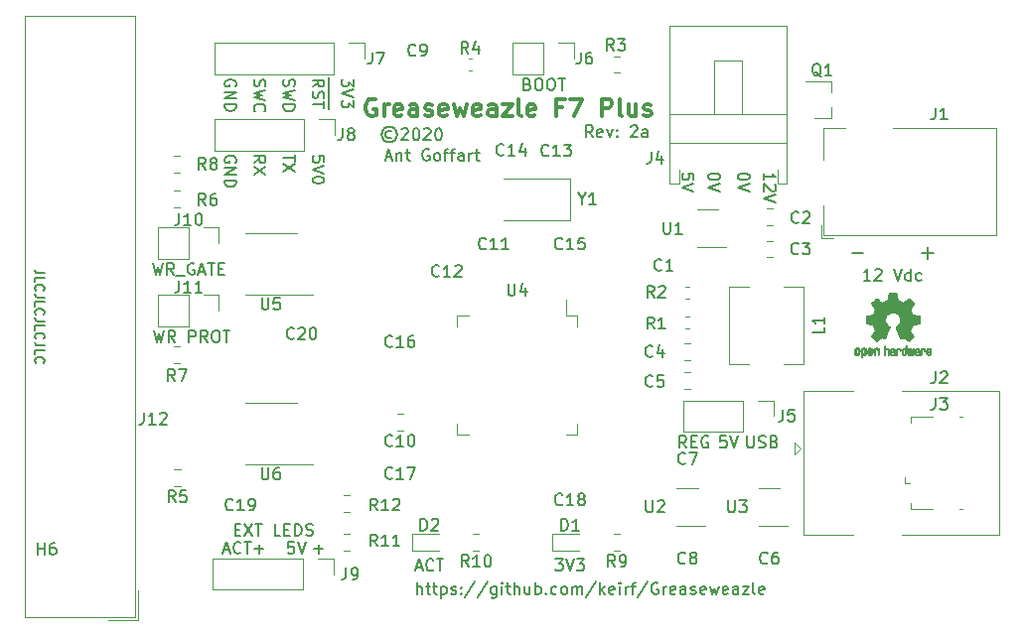
<source format=gbr>
G04 #@! TF.GenerationSoftware,KiCad,Pcbnew,(5.1.6-0-10_14)*
G04 #@! TF.CreationDate,2021-01-09T15:31:15+01:00*
G04 #@! TF.ProjectId,Greaseweazle_F7_Plus_V2,47726561-7365-4776-9561-7a6c655f4637,rev?*
G04 #@! TF.SameCoordinates,Original*
G04 #@! TF.FileFunction,Legend,Top*
G04 #@! TF.FilePolarity,Positive*
%FSLAX46Y46*%
G04 Gerber Fmt 4.6, Leading zero omitted, Abs format (unit mm)*
G04 Created by KiCad (PCBNEW (5.1.6-0-10_14)) date 2021-01-09 15:31:15*
%MOMM*%
%LPD*%
G01*
G04 APERTURE LIST*
%ADD10C,0.150000*%
%ADD11C,0.200000*%
%ADD12C,0.300000*%
%ADD13C,0.120000*%
%ADD14C,0.010000*%
G04 APERTURE END LIST*
D10*
X151688095Y-121304761D02*
X151116666Y-121304761D01*
X151002380Y-121266666D01*
X150926190Y-121190476D01*
X150888095Y-121076190D01*
X150888095Y-121000000D01*
X150888095Y-122066666D02*
X150888095Y-121685714D01*
X151688095Y-121685714D01*
X150964285Y-122790476D02*
X150926190Y-122752380D01*
X150888095Y-122638095D01*
X150888095Y-122561904D01*
X150926190Y-122447619D01*
X151002380Y-122371428D01*
X151078571Y-122333333D01*
X151230952Y-122295238D01*
X151345238Y-122295238D01*
X151497619Y-122333333D01*
X151573809Y-122371428D01*
X151650000Y-122447619D01*
X151688095Y-122561904D01*
X151688095Y-122638095D01*
X151650000Y-122752380D01*
X151611904Y-122790476D01*
X151688095Y-123361904D02*
X151116666Y-123361904D01*
X151002380Y-123323809D01*
X150926190Y-123247619D01*
X150888095Y-123133333D01*
X150888095Y-123057142D01*
X150888095Y-124123809D02*
X150888095Y-123742857D01*
X151688095Y-123742857D01*
X150964285Y-124847619D02*
X150926190Y-124809523D01*
X150888095Y-124695238D01*
X150888095Y-124619047D01*
X150926190Y-124504761D01*
X151002380Y-124428571D01*
X151078571Y-124390476D01*
X151230952Y-124352380D01*
X151345238Y-124352380D01*
X151497619Y-124390476D01*
X151573809Y-124428571D01*
X151650000Y-124504761D01*
X151688095Y-124619047D01*
X151688095Y-124695238D01*
X151650000Y-124809523D01*
X151611904Y-124847619D01*
X151688095Y-125419047D02*
X151116666Y-125419047D01*
X151002380Y-125380952D01*
X150926190Y-125304761D01*
X150888095Y-125190476D01*
X150888095Y-125114285D01*
X150888095Y-126180952D02*
X150888095Y-125800000D01*
X151688095Y-125800000D01*
X150964285Y-126904761D02*
X150926190Y-126866666D01*
X150888095Y-126752380D01*
X150888095Y-126676190D01*
X150926190Y-126561904D01*
X151002380Y-126485714D01*
X151078571Y-126447619D01*
X151230952Y-126409523D01*
X151345238Y-126409523D01*
X151497619Y-126447619D01*
X151573809Y-126485714D01*
X151650000Y-126561904D01*
X151688095Y-126676190D01*
X151688095Y-126752380D01*
X151650000Y-126866666D01*
X151611904Y-126904761D01*
X151688095Y-127476190D02*
X151116666Y-127476190D01*
X151002380Y-127438095D01*
X150926190Y-127361904D01*
X150888095Y-127247619D01*
X150888095Y-127171428D01*
X150888095Y-128238095D02*
X150888095Y-127857142D01*
X151688095Y-127857142D01*
X150964285Y-128961904D02*
X150926190Y-128923809D01*
X150888095Y-128809523D01*
X150888095Y-128733333D01*
X150926190Y-128619047D01*
X151002380Y-128542857D01*
X151078571Y-128504761D01*
X151230952Y-128466666D01*
X151345238Y-128466666D01*
X151497619Y-128504761D01*
X151573809Y-128542857D01*
X151650000Y-128619047D01*
X151688095Y-128733333D01*
X151688095Y-128809523D01*
X151650000Y-128923809D01*
X151611904Y-128961904D01*
X181285714Y-109190476D02*
X181190476Y-109142857D01*
X181000000Y-109142857D01*
X180904761Y-109190476D01*
X180809523Y-109285714D01*
X180761904Y-109380952D01*
X180761904Y-109571428D01*
X180809523Y-109666666D01*
X180904761Y-109761904D01*
X181000000Y-109809523D01*
X181190476Y-109809523D01*
X181285714Y-109761904D01*
X181095238Y-108809523D02*
X180857142Y-108857142D01*
X180619047Y-109000000D01*
X180476190Y-109238095D01*
X180428571Y-109476190D01*
X180476190Y-109714285D01*
X180619047Y-109952380D01*
X180857142Y-110095238D01*
X181095238Y-110142857D01*
X181333333Y-110095238D01*
X181571428Y-109952380D01*
X181714285Y-109714285D01*
X181761904Y-109476190D01*
X181714285Y-109238095D01*
X181571428Y-109000000D01*
X181333333Y-108857142D01*
X181095238Y-108809523D01*
X182142857Y-109047619D02*
X182190476Y-109000000D01*
X182285714Y-108952380D01*
X182523809Y-108952380D01*
X182619047Y-109000000D01*
X182666666Y-109047619D01*
X182714285Y-109142857D01*
X182714285Y-109238095D01*
X182666666Y-109380952D01*
X182095238Y-109952380D01*
X182714285Y-109952380D01*
X183333333Y-108952380D02*
X183428571Y-108952380D01*
X183523809Y-109000000D01*
X183571428Y-109047619D01*
X183619047Y-109142857D01*
X183666666Y-109333333D01*
X183666666Y-109571428D01*
X183619047Y-109761904D01*
X183571428Y-109857142D01*
X183523809Y-109904761D01*
X183428571Y-109952380D01*
X183333333Y-109952380D01*
X183238095Y-109904761D01*
X183190476Y-109857142D01*
X183142857Y-109761904D01*
X183095238Y-109571428D01*
X183095238Y-109333333D01*
X183142857Y-109142857D01*
X183190476Y-109047619D01*
X183238095Y-109000000D01*
X183333333Y-108952380D01*
X184047619Y-109047619D02*
X184095238Y-109000000D01*
X184190476Y-108952380D01*
X184428571Y-108952380D01*
X184523809Y-109000000D01*
X184571428Y-109047619D01*
X184619047Y-109142857D01*
X184619047Y-109238095D01*
X184571428Y-109380952D01*
X184000000Y-109952380D01*
X184619047Y-109952380D01*
X185238095Y-108952380D02*
X185333333Y-108952380D01*
X185428571Y-109000000D01*
X185476190Y-109047619D01*
X185523809Y-109142857D01*
X185571428Y-109333333D01*
X185571428Y-109571428D01*
X185523809Y-109761904D01*
X185476190Y-109857142D01*
X185428571Y-109904761D01*
X185333333Y-109952380D01*
X185238095Y-109952380D01*
X185142857Y-109904761D01*
X185095238Y-109857142D01*
X185047619Y-109761904D01*
X185000000Y-109571428D01*
X185000000Y-109333333D01*
X185047619Y-109142857D01*
X185095238Y-109047619D01*
X185142857Y-109000000D01*
X185238095Y-108952380D01*
D11*
X220523809Y-119589285D02*
X221476190Y-119589285D01*
X226523809Y-119589285D02*
X227476190Y-119589285D01*
X227000000Y-120065476D02*
X227000000Y-119113095D01*
D10*
X180821428Y-111416666D02*
X181297619Y-111416666D01*
X180726190Y-111702380D02*
X181059523Y-110702380D01*
X181392857Y-111702380D01*
X181726190Y-111035714D02*
X181726190Y-111702380D01*
X181726190Y-111130952D02*
X181773809Y-111083333D01*
X181869047Y-111035714D01*
X182011904Y-111035714D01*
X182107142Y-111083333D01*
X182154761Y-111178571D01*
X182154761Y-111702380D01*
X182488095Y-111035714D02*
X182869047Y-111035714D01*
X182630952Y-110702380D02*
X182630952Y-111559523D01*
X182678571Y-111654761D01*
X182773809Y-111702380D01*
X182869047Y-111702380D01*
X184488095Y-110750000D02*
X184392857Y-110702380D01*
X184250000Y-110702380D01*
X184107142Y-110750000D01*
X184011904Y-110845238D01*
X183964285Y-110940476D01*
X183916666Y-111130952D01*
X183916666Y-111273809D01*
X183964285Y-111464285D01*
X184011904Y-111559523D01*
X184107142Y-111654761D01*
X184250000Y-111702380D01*
X184345238Y-111702380D01*
X184488095Y-111654761D01*
X184535714Y-111607142D01*
X184535714Y-111273809D01*
X184345238Y-111273809D01*
X185107142Y-111702380D02*
X185011904Y-111654761D01*
X184964285Y-111607142D01*
X184916666Y-111511904D01*
X184916666Y-111226190D01*
X184964285Y-111130952D01*
X185011904Y-111083333D01*
X185107142Y-111035714D01*
X185250000Y-111035714D01*
X185345238Y-111083333D01*
X185392857Y-111130952D01*
X185440476Y-111226190D01*
X185440476Y-111511904D01*
X185392857Y-111607142D01*
X185345238Y-111654761D01*
X185250000Y-111702380D01*
X185107142Y-111702380D01*
X185726190Y-111035714D02*
X186107142Y-111035714D01*
X185869047Y-111702380D02*
X185869047Y-110845238D01*
X185916666Y-110750000D01*
X186011904Y-110702380D01*
X186107142Y-110702380D01*
X186297619Y-111035714D02*
X186678571Y-111035714D01*
X186440476Y-111702380D02*
X186440476Y-110845238D01*
X186488095Y-110750000D01*
X186583333Y-110702380D01*
X186678571Y-110702380D01*
X187440476Y-111702380D02*
X187440476Y-111178571D01*
X187392857Y-111083333D01*
X187297619Y-111035714D01*
X187107142Y-111035714D01*
X187011904Y-111083333D01*
X187440476Y-111654761D02*
X187345238Y-111702380D01*
X187107142Y-111702380D01*
X187011904Y-111654761D01*
X186964285Y-111559523D01*
X186964285Y-111464285D01*
X187011904Y-111369047D01*
X187107142Y-111321428D01*
X187345238Y-111321428D01*
X187440476Y-111273809D01*
X187916666Y-111702380D02*
X187916666Y-111035714D01*
X187916666Y-111226190D02*
X187964285Y-111130952D01*
X188011904Y-111083333D01*
X188107142Y-111035714D01*
X188202380Y-111035714D01*
X188392857Y-111035714D02*
X188773809Y-111035714D01*
X188535714Y-110702380D02*
X188535714Y-111559523D01*
X188583333Y-111654761D01*
X188678571Y-111702380D01*
X188773809Y-111702380D01*
X183464285Y-148702380D02*
X183464285Y-147702380D01*
X183892857Y-148702380D02*
X183892857Y-148178571D01*
X183845238Y-148083333D01*
X183750000Y-148035714D01*
X183607142Y-148035714D01*
X183511904Y-148083333D01*
X183464285Y-148130952D01*
X184226190Y-148035714D02*
X184607142Y-148035714D01*
X184369047Y-147702380D02*
X184369047Y-148559523D01*
X184416666Y-148654761D01*
X184511904Y-148702380D01*
X184607142Y-148702380D01*
X184797619Y-148035714D02*
X185178571Y-148035714D01*
X184940476Y-147702380D02*
X184940476Y-148559523D01*
X184988095Y-148654761D01*
X185083333Y-148702380D01*
X185178571Y-148702380D01*
X185511904Y-148035714D02*
X185511904Y-149035714D01*
X185511904Y-148083333D02*
X185607142Y-148035714D01*
X185797619Y-148035714D01*
X185892857Y-148083333D01*
X185940476Y-148130952D01*
X185988095Y-148226190D01*
X185988095Y-148511904D01*
X185940476Y-148607142D01*
X185892857Y-148654761D01*
X185797619Y-148702380D01*
X185607142Y-148702380D01*
X185511904Y-148654761D01*
X186369047Y-148654761D02*
X186464285Y-148702380D01*
X186654761Y-148702380D01*
X186750000Y-148654761D01*
X186797619Y-148559523D01*
X186797619Y-148511904D01*
X186750000Y-148416666D01*
X186654761Y-148369047D01*
X186511904Y-148369047D01*
X186416666Y-148321428D01*
X186369047Y-148226190D01*
X186369047Y-148178571D01*
X186416666Y-148083333D01*
X186511904Y-148035714D01*
X186654761Y-148035714D01*
X186750000Y-148083333D01*
X187226190Y-148607142D02*
X187273809Y-148654761D01*
X187226190Y-148702380D01*
X187178571Y-148654761D01*
X187226190Y-148607142D01*
X187226190Y-148702380D01*
X187226190Y-148083333D02*
X187273809Y-148130952D01*
X187226190Y-148178571D01*
X187178571Y-148130952D01*
X187226190Y-148083333D01*
X187226190Y-148178571D01*
X188416666Y-147654761D02*
X187559523Y-148940476D01*
X189464285Y-147654761D02*
X188607142Y-148940476D01*
X190226190Y-148035714D02*
X190226190Y-148845238D01*
X190178571Y-148940476D01*
X190130952Y-148988095D01*
X190035714Y-149035714D01*
X189892857Y-149035714D01*
X189797619Y-148988095D01*
X190226190Y-148654761D02*
X190130952Y-148702380D01*
X189940476Y-148702380D01*
X189845238Y-148654761D01*
X189797619Y-148607142D01*
X189750000Y-148511904D01*
X189750000Y-148226190D01*
X189797619Y-148130952D01*
X189845238Y-148083333D01*
X189940476Y-148035714D01*
X190130952Y-148035714D01*
X190226190Y-148083333D01*
X190702380Y-148702380D02*
X190702380Y-148035714D01*
X190702380Y-147702380D02*
X190654761Y-147750000D01*
X190702380Y-147797619D01*
X190750000Y-147750000D01*
X190702380Y-147702380D01*
X190702380Y-147797619D01*
X191035714Y-148035714D02*
X191416666Y-148035714D01*
X191178571Y-147702380D02*
X191178571Y-148559523D01*
X191226190Y-148654761D01*
X191321428Y-148702380D01*
X191416666Y-148702380D01*
X191750000Y-148702380D02*
X191750000Y-147702380D01*
X192178571Y-148702380D02*
X192178571Y-148178571D01*
X192130952Y-148083333D01*
X192035714Y-148035714D01*
X191892857Y-148035714D01*
X191797619Y-148083333D01*
X191750000Y-148130952D01*
X193083333Y-148035714D02*
X193083333Y-148702380D01*
X192654761Y-148035714D02*
X192654761Y-148559523D01*
X192702380Y-148654761D01*
X192797619Y-148702380D01*
X192940476Y-148702380D01*
X193035714Y-148654761D01*
X193083333Y-148607142D01*
X193559523Y-148702380D02*
X193559523Y-147702380D01*
X193559523Y-148083333D02*
X193654761Y-148035714D01*
X193845238Y-148035714D01*
X193940476Y-148083333D01*
X193988095Y-148130952D01*
X194035714Y-148226190D01*
X194035714Y-148511904D01*
X193988095Y-148607142D01*
X193940476Y-148654761D01*
X193845238Y-148702380D01*
X193654761Y-148702380D01*
X193559523Y-148654761D01*
X194464285Y-148607142D02*
X194511904Y-148654761D01*
X194464285Y-148702380D01*
X194416666Y-148654761D01*
X194464285Y-148607142D01*
X194464285Y-148702380D01*
X195369047Y-148654761D02*
X195273809Y-148702380D01*
X195083333Y-148702380D01*
X194988095Y-148654761D01*
X194940476Y-148607142D01*
X194892857Y-148511904D01*
X194892857Y-148226190D01*
X194940476Y-148130952D01*
X194988095Y-148083333D01*
X195083333Y-148035714D01*
X195273809Y-148035714D01*
X195369047Y-148083333D01*
X195940476Y-148702380D02*
X195845238Y-148654761D01*
X195797619Y-148607142D01*
X195750000Y-148511904D01*
X195750000Y-148226190D01*
X195797619Y-148130952D01*
X195845238Y-148083333D01*
X195940476Y-148035714D01*
X196083333Y-148035714D01*
X196178571Y-148083333D01*
X196226190Y-148130952D01*
X196273809Y-148226190D01*
X196273809Y-148511904D01*
X196226190Y-148607142D01*
X196178571Y-148654761D01*
X196083333Y-148702380D01*
X195940476Y-148702380D01*
X196702380Y-148702380D02*
X196702380Y-148035714D01*
X196702380Y-148130952D02*
X196750000Y-148083333D01*
X196845238Y-148035714D01*
X196988095Y-148035714D01*
X197083333Y-148083333D01*
X197130952Y-148178571D01*
X197130952Y-148702380D01*
X197130952Y-148178571D02*
X197178571Y-148083333D01*
X197273809Y-148035714D01*
X197416666Y-148035714D01*
X197511904Y-148083333D01*
X197559523Y-148178571D01*
X197559523Y-148702380D01*
X198750000Y-147654761D02*
X197892857Y-148940476D01*
X199083333Y-148702380D02*
X199083333Y-147702380D01*
X199178571Y-148321428D02*
X199464285Y-148702380D01*
X199464285Y-148035714D02*
X199083333Y-148416666D01*
X200273809Y-148654761D02*
X200178571Y-148702380D01*
X199988095Y-148702380D01*
X199892857Y-148654761D01*
X199845238Y-148559523D01*
X199845238Y-148178571D01*
X199892857Y-148083333D01*
X199988095Y-148035714D01*
X200178571Y-148035714D01*
X200273809Y-148083333D01*
X200321428Y-148178571D01*
X200321428Y-148273809D01*
X199845238Y-148369047D01*
X200750000Y-148702380D02*
X200750000Y-148035714D01*
X200750000Y-147702380D02*
X200702380Y-147750000D01*
X200750000Y-147797619D01*
X200797619Y-147750000D01*
X200750000Y-147702380D01*
X200750000Y-147797619D01*
X201226190Y-148702380D02*
X201226190Y-148035714D01*
X201226190Y-148226190D02*
X201273809Y-148130952D01*
X201321428Y-148083333D01*
X201416666Y-148035714D01*
X201511904Y-148035714D01*
X201702380Y-148035714D02*
X202083333Y-148035714D01*
X201845238Y-148702380D02*
X201845238Y-147845238D01*
X201892857Y-147750000D01*
X201988095Y-147702380D01*
X202083333Y-147702380D01*
X203130952Y-147654761D02*
X202273809Y-148940476D01*
X203988095Y-147750000D02*
X203892857Y-147702380D01*
X203750000Y-147702380D01*
X203607142Y-147750000D01*
X203511904Y-147845238D01*
X203464285Y-147940476D01*
X203416666Y-148130952D01*
X203416666Y-148273809D01*
X203464285Y-148464285D01*
X203511904Y-148559523D01*
X203607142Y-148654761D01*
X203750000Y-148702380D01*
X203845238Y-148702380D01*
X203988095Y-148654761D01*
X204035714Y-148607142D01*
X204035714Y-148273809D01*
X203845238Y-148273809D01*
X204464285Y-148702380D02*
X204464285Y-148035714D01*
X204464285Y-148226190D02*
X204511904Y-148130952D01*
X204559523Y-148083333D01*
X204654761Y-148035714D01*
X204750000Y-148035714D01*
X205464285Y-148654761D02*
X205369047Y-148702380D01*
X205178571Y-148702380D01*
X205083333Y-148654761D01*
X205035714Y-148559523D01*
X205035714Y-148178571D01*
X205083333Y-148083333D01*
X205178571Y-148035714D01*
X205369047Y-148035714D01*
X205464285Y-148083333D01*
X205511904Y-148178571D01*
X205511904Y-148273809D01*
X205035714Y-148369047D01*
X206369047Y-148702380D02*
X206369047Y-148178571D01*
X206321428Y-148083333D01*
X206226190Y-148035714D01*
X206035714Y-148035714D01*
X205940476Y-148083333D01*
X206369047Y-148654761D02*
X206273809Y-148702380D01*
X206035714Y-148702380D01*
X205940476Y-148654761D01*
X205892857Y-148559523D01*
X205892857Y-148464285D01*
X205940476Y-148369047D01*
X206035714Y-148321428D01*
X206273809Y-148321428D01*
X206369047Y-148273809D01*
X206797619Y-148654761D02*
X206892857Y-148702380D01*
X207083333Y-148702380D01*
X207178571Y-148654761D01*
X207226190Y-148559523D01*
X207226190Y-148511904D01*
X207178571Y-148416666D01*
X207083333Y-148369047D01*
X206940476Y-148369047D01*
X206845238Y-148321428D01*
X206797619Y-148226190D01*
X206797619Y-148178571D01*
X206845238Y-148083333D01*
X206940476Y-148035714D01*
X207083333Y-148035714D01*
X207178571Y-148083333D01*
X208035714Y-148654761D02*
X207940476Y-148702380D01*
X207750000Y-148702380D01*
X207654761Y-148654761D01*
X207607142Y-148559523D01*
X207607142Y-148178571D01*
X207654761Y-148083333D01*
X207750000Y-148035714D01*
X207940476Y-148035714D01*
X208035714Y-148083333D01*
X208083333Y-148178571D01*
X208083333Y-148273809D01*
X207607142Y-148369047D01*
X208416666Y-148035714D02*
X208607142Y-148702380D01*
X208797619Y-148226190D01*
X208988095Y-148702380D01*
X209178571Y-148035714D01*
X209940476Y-148654761D02*
X209845238Y-148702380D01*
X209654761Y-148702380D01*
X209559523Y-148654761D01*
X209511904Y-148559523D01*
X209511904Y-148178571D01*
X209559523Y-148083333D01*
X209654761Y-148035714D01*
X209845238Y-148035714D01*
X209940476Y-148083333D01*
X209988095Y-148178571D01*
X209988095Y-148273809D01*
X209511904Y-148369047D01*
X210845238Y-148702380D02*
X210845238Y-148178571D01*
X210797619Y-148083333D01*
X210702380Y-148035714D01*
X210511904Y-148035714D01*
X210416666Y-148083333D01*
X210845238Y-148654761D02*
X210750000Y-148702380D01*
X210511904Y-148702380D01*
X210416666Y-148654761D01*
X210369047Y-148559523D01*
X210369047Y-148464285D01*
X210416666Y-148369047D01*
X210511904Y-148321428D01*
X210750000Y-148321428D01*
X210845238Y-148273809D01*
X211226190Y-148035714D02*
X211750000Y-148035714D01*
X211226190Y-148702380D01*
X211750000Y-148702380D01*
X212273809Y-148702380D02*
X212178571Y-148654761D01*
X212130952Y-148559523D01*
X212130952Y-147702380D01*
X213035714Y-148654761D02*
X212940476Y-148702380D01*
X212750000Y-148702380D01*
X212654761Y-148654761D01*
X212607142Y-148559523D01*
X212607142Y-148178571D01*
X212654761Y-148083333D01*
X212750000Y-148035714D01*
X212940476Y-148035714D01*
X213035714Y-148083333D01*
X213083333Y-148178571D01*
X213083333Y-148273809D01*
X212607142Y-148369047D01*
X198452380Y-109702380D02*
X198119047Y-109226190D01*
X197880952Y-109702380D02*
X197880952Y-108702380D01*
X198261904Y-108702380D01*
X198357142Y-108750000D01*
X198404761Y-108797619D01*
X198452380Y-108892857D01*
X198452380Y-109035714D01*
X198404761Y-109130952D01*
X198357142Y-109178571D01*
X198261904Y-109226190D01*
X197880952Y-109226190D01*
X199261904Y-109654761D02*
X199166666Y-109702380D01*
X198976190Y-109702380D01*
X198880952Y-109654761D01*
X198833333Y-109559523D01*
X198833333Y-109178571D01*
X198880952Y-109083333D01*
X198976190Y-109035714D01*
X199166666Y-109035714D01*
X199261904Y-109083333D01*
X199309523Y-109178571D01*
X199309523Y-109273809D01*
X198833333Y-109369047D01*
X199642857Y-109035714D02*
X199880952Y-109702380D01*
X200119047Y-109035714D01*
X200500000Y-109607142D02*
X200547619Y-109654761D01*
X200500000Y-109702380D01*
X200452380Y-109654761D01*
X200500000Y-109607142D01*
X200500000Y-109702380D01*
X200500000Y-109083333D02*
X200547619Y-109130952D01*
X200500000Y-109178571D01*
X200452380Y-109130952D01*
X200500000Y-109083333D01*
X200500000Y-109178571D01*
X201690476Y-108797619D02*
X201738095Y-108750000D01*
X201833333Y-108702380D01*
X202071428Y-108702380D01*
X202166666Y-108750000D01*
X202214285Y-108797619D01*
X202261904Y-108892857D01*
X202261904Y-108988095D01*
X202214285Y-109130952D01*
X201642857Y-109702380D01*
X202261904Y-109702380D01*
X203119047Y-109702380D02*
X203119047Y-109178571D01*
X203071428Y-109083333D01*
X202976190Y-109035714D01*
X202785714Y-109035714D01*
X202690476Y-109083333D01*
X203119047Y-109654761D02*
X203023809Y-109702380D01*
X202785714Y-109702380D01*
X202690476Y-109654761D01*
X202642857Y-109559523D01*
X202642857Y-109464285D01*
X202690476Y-109369047D01*
X202785714Y-109321428D01*
X203023809Y-109321428D01*
X203119047Y-109273809D01*
X160928571Y-120452380D02*
X161166666Y-121452380D01*
X161357142Y-120738095D01*
X161547619Y-121452380D01*
X161785714Y-120452380D01*
X162738095Y-121452380D02*
X162404761Y-120976190D01*
X162166666Y-121452380D02*
X162166666Y-120452380D01*
X162547619Y-120452380D01*
X162642857Y-120500000D01*
X162690476Y-120547619D01*
X162738095Y-120642857D01*
X162738095Y-120785714D01*
X162690476Y-120880952D01*
X162642857Y-120928571D01*
X162547619Y-120976190D01*
X162166666Y-120976190D01*
X162928571Y-121547619D02*
X163690476Y-121547619D01*
X164452380Y-120500000D02*
X164357142Y-120452380D01*
X164214285Y-120452380D01*
X164071428Y-120500000D01*
X163976190Y-120595238D01*
X163928571Y-120690476D01*
X163880952Y-120880952D01*
X163880952Y-121023809D01*
X163928571Y-121214285D01*
X163976190Y-121309523D01*
X164071428Y-121404761D01*
X164214285Y-121452380D01*
X164309523Y-121452380D01*
X164452380Y-121404761D01*
X164500000Y-121357142D01*
X164500000Y-121023809D01*
X164309523Y-121023809D01*
X164880952Y-121166666D02*
X165357142Y-121166666D01*
X164785714Y-121452380D02*
X165119047Y-120452380D01*
X165452380Y-121452380D01*
X165642857Y-120452380D02*
X166214285Y-120452380D01*
X165928571Y-121452380D02*
X165928571Y-120452380D01*
X166547619Y-120928571D02*
X166880952Y-120928571D01*
X167023809Y-121452380D02*
X166547619Y-121452380D01*
X166547619Y-120452380D01*
X167023809Y-120452380D01*
X207047619Y-113311785D02*
X207047619Y-112835595D01*
X206571428Y-112787976D01*
X206619047Y-112835595D01*
X206666666Y-112930833D01*
X206666666Y-113168928D01*
X206619047Y-113264166D01*
X206571428Y-113311785D01*
X206476190Y-113359404D01*
X206238095Y-113359404D01*
X206142857Y-113311785D01*
X206095238Y-113264166D01*
X206047619Y-113168928D01*
X206047619Y-112930833D01*
X206095238Y-112835595D01*
X206142857Y-112787976D01*
X207047619Y-113645119D02*
X206047619Y-113978452D01*
X207047619Y-114311785D01*
X209297619Y-113026071D02*
X209297619Y-113121309D01*
X209250000Y-113216547D01*
X209202380Y-113264166D01*
X209107142Y-113311785D01*
X208916666Y-113359404D01*
X208678571Y-113359404D01*
X208488095Y-113311785D01*
X208392857Y-113264166D01*
X208345238Y-113216547D01*
X208297619Y-113121309D01*
X208297619Y-113026071D01*
X208345238Y-112930833D01*
X208392857Y-112883214D01*
X208488095Y-112835595D01*
X208678571Y-112787976D01*
X208916666Y-112787976D01*
X209107142Y-112835595D01*
X209202380Y-112883214D01*
X209250000Y-112930833D01*
X209297619Y-113026071D01*
X209297619Y-113645119D02*
X208297619Y-113978452D01*
X209297619Y-114311785D01*
X211797619Y-113026071D02*
X211797619Y-113121309D01*
X211750000Y-113216547D01*
X211702380Y-113264166D01*
X211607142Y-113311785D01*
X211416666Y-113359404D01*
X211178571Y-113359404D01*
X210988095Y-113311785D01*
X210892857Y-113264166D01*
X210845238Y-113216547D01*
X210797619Y-113121309D01*
X210797619Y-113026071D01*
X210845238Y-112930833D01*
X210892857Y-112883214D01*
X210988095Y-112835595D01*
X211178571Y-112787976D01*
X211416666Y-112787976D01*
X211607142Y-112835595D01*
X211702380Y-112883214D01*
X211750000Y-112930833D01*
X211797619Y-113026071D01*
X211797619Y-113645119D02*
X210797619Y-113978452D01*
X211797619Y-114311785D01*
X213047619Y-113359404D02*
X213047619Y-112787976D01*
X213047619Y-113073690D02*
X214047619Y-113073690D01*
X213904761Y-112978452D01*
X213809523Y-112883214D01*
X213761904Y-112787976D01*
X213952380Y-113740357D02*
X214000000Y-113787976D01*
X214047619Y-113883214D01*
X214047619Y-114121309D01*
X214000000Y-114216547D01*
X213952380Y-114264166D01*
X213857142Y-114311785D01*
X213761904Y-114311785D01*
X213619047Y-114264166D01*
X213047619Y-113692738D01*
X213047619Y-114311785D01*
X214047619Y-114597500D02*
X213047619Y-114930833D01*
X214047619Y-115264166D01*
X167964285Y-143178571D02*
X168297619Y-143178571D01*
X168440476Y-143702380D02*
X167964285Y-143702380D01*
X167964285Y-142702380D01*
X168440476Y-142702380D01*
X168773809Y-142702380D02*
X169440476Y-143702380D01*
X169440476Y-142702380D02*
X168773809Y-143702380D01*
X169678571Y-142702380D02*
X170250000Y-142702380D01*
X169964285Y-143702380D02*
X169964285Y-142702380D01*
X171821428Y-143702380D02*
X171345238Y-143702380D01*
X171345238Y-142702380D01*
X172154761Y-143178571D02*
X172488095Y-143178571D01*
X172630952Y-143702380D02*
X172154761Y-143702380D01*
X172154761Y-142702380D01*
X172630952Y-142702380D01*
X173059523Y-143702380D02*
X173059523Y-142702380D01*
X173297619Y-142702380D01*
X173440476Y-142750000D01*
X173535714Y-142845238D01*
X173583333Y-142940476D01*
X173630952Y-143130952D01*
X173630952Y-143273809D01*
X173583333Y-143464285D01*
X173535714Y-143559523D01*
X173440476Y-143654761D01*
X173297619Y-143702380D01*
X173059523Y-143702380D01*
X174011904Y-143654761D02*
X174154761Y-143702380D01*
X174392857Y-143702380D01*
X174488095Y-143654761D01*
X174535714Y-143607142D01*
X174583333Y-143511904D01*
X174583333Y-143416666D01*
X174535714Y-143321428D01*
X174488095Y-143273809D01*
X174392857Y-143226190D01*
X174202380Y-143178571D01*
X174107142Y-143130952D01*
X174059523Y-143083333D01*
X174011904Y-142988095D01*
X174011904Y-142892857D01*
X174059523Y-142797619D01*
X174107142Y-142750000D01*
X174202380Y-142702380D01*
X174440476Y-142702380D01*
X174583333Y-142750000D01*
X169604047Y-144851428D02*
X170365952Y-144851428D01*
X169985000Y-145232380D02*
X169985000Y-144470476D01*
X174684047Y-144851428D02*
X175445952Y-144851428D01*
X175065000Y-145232380D02*
X175065000Y-144470476D01*
X172969523Y-144232380D02*
X172493333Y-144232380D01*
X172445714Y-144708571D01*
X172493333Y-144660952D01*
X172588571Y-144613333D01*
X172826666Y-144613333D01*
X172921904Y-144660952D01*
X172969523Y-144708571D01*
X173017142Y-144803809D01*
X173017142Y-145041904D01*
X172969523Y-145137142D01*
X172921904Y-145184761D01*
X172826666Y-145232380D01*
X172588571Y-145232380D01*
X172493333Y-145184761D01*
X172445714Y-145137142D01*
X173302857Y-144232380D02*
X173636190Y-145232380D01*
X173969523Y-144232380D01*
X166960952Y-144946666D02*
X167437142Y-144946666D01*
X166865714Y-145232380D02*
X167199047Y-144232380D01*
X167532380Y-145232380D01*
X168437142Y-145137142D02*
X168389523Y-145184761D01*
X168246666Y-145232380D01*
X168151428Y-145232380D01*
X168008571Y-145184761D01*
X167913333Y-145089523D01*
X167865714Y-144994285D01*
X167818095Y-144803809D01*
X167818095Y-144660952D01*
X167865714Y-144470476D01*
X167913333Y-144375238D01*
X168008571Y-144280000D01*
X168151428Y-144232380D01*
X168246666Y-144232380D01*
X168389523Y-144280000D01*
X168437142Y-144327619D01*
X168722857Y-144232380D02*
X169294285Y-144232380D01*
X169008571Y-145232380D02*
X169008571Y-144232380D01*
X222119047Y-121952380D02*
X221547619Y-121952380D01*
X221833333Y-121952380D02*
X221833333Y-120952380D01*
X221738095Y-121095238D01*
X221642857Y-121190476D01*
X221547619Y-121238095D01*
X222500000Y-121047619D02*
X222547619Y-121000000D01*
X222642857Y-120952380D01*
X222880952Y-120952380D01*
X222976190Y-121000000D01*
X223023809Y-121047619D01*
X223071428Y-121142857D01*
X223071428Y-121238095D01*
X223023809Y-121380952D01*
X222452380Y-121952380D01*
X223071428Y-121952380D01*
X224119047Y-120952380D02*
X224452380Y-121952380D01*
X224785714Y-120952380D01*
X225547619Y-121952380D02*
X225547619Y-120952380D01*
X225547619Y-121904761D02*
X225452380Y-121952380D01*
X225261904Y-121952380D01*
X225166666Y-121904761D01*
X225119047Y-121857142D01*
X225071428Y-121761904D01*
X225071428Y-121476190D01*
X225119047Y-121380952D01*
X225166666Y-121333333D01*
X225261904Y-121285714D01*
X225452380Y-121285714D01*
X225547619Y-121333333D01*
X226452380Y-121904761D02*
X226357142Y-121952380D01*
X226166666Y-121952380D01*
X226071428Y-121904761D01*
X226023809Y-121857142D01*
X225976190Y-121761904D01*
X225976190Y-121476190D01*
X226023809Y-121380952D01*
X226071428Y-121333333D01*
X226166666Y-121285714D01*
X226357142Y-121285714D01*
X226452380Y-121333333D01*
X209811785Y-135202380D02*
X209335595Y-135202380D01*
X209287976Y-135678571D01*
X209335595Y-135630952D01*
X209430833Y-135583333D01*
X209668928Y-135583333D01*
X209764166Y-135630952D01*
X209811785Y-135678571D01*
X209859404Y-135773809D01*
X209859404Y-136011904D01*
X209811785Y-136107142D01*
X209764166Y-136154761D01*
X209668928Y-136202380D01*
X209430833Y-136202380D01*
X209335595Y-136154761D01*
X209287976Y-136107142D01*
X210145119Y-135202380D02*
X210478452Y-136202380D01*
X210811785Y-135202380D01*
X211585595Y-135202380D02*
X211585595Y-136011904D01*
X211633214Y-136107142D01*
X211680833Y-136154761D01*
X211776071Y-136202380D01*
X211966547Y-136202380D01*
X212061785Y-136154761D01*
X212109404Y-136107142D01*
X212157023Y-136011904D01*
X212157023Y-135202380D01*
X212585595Y-136154761D02*
X212728452Y-136202380D01*
X212966547Y-136202380D01*
X213061785Y-136154761D01*
X213109404Y-136107142D01*
X213157023Y-136011904D01*
X213157023Y-135916666D01*
X213109404Y-135821428D01*
X213061785Y-135773809D01*
X212966547Y-135726190D01*
X212776071Y-135678571D01*
X212680833Y-135630952D01*
X212633214Y-135583333D01*
X212585595Y-135488095D01*
X212585595Y-135392857D01*
X212633214Y-135297619D01*
X212680833Y-135250000D01*
X212776071Y-135202380D01*
X213014166Y-135202380D01*
X213157023Y-135250000D01*
X213918928Y-135678571D02*
X214061785Y-135726190D01*
X214109404Y-135773809D01*
X214157023Y-135869047D01*
X214157023Y-136011904D01*
X214109404Y-136107142D01*
X214061785Y-136154761D01*
X213966547Y-136202380D01*
X213585595Y-136202380D01*
X213585595Y-135202380D01*
X213918928Y-135202380D01*
X214014166Y-135250000D01*
X214061785Y-135297619D01*
X214109404Y-135392857D01*
X214109404Y-135488095D01*
X214061785Y-135583333D01*
X214014166Y-135630952D01*
X213918928Y-135678571D01*
X213585595Y-135678571D01*
X206407023Y-136202380D02*
X206073690Y-135726190D01*
X205835595Y-136202380D02*
X205835595Y-135202380D01*
X206216547Y-135202380D01*
X206311785Y-135250000D01*
X206359404Y-135297619D01*
X206407023Y-135392857D01*
X206407023Y-135535714D01*
X206359404Y-135630952D01*
X206311785Y-135678571D01*
X206216547Y-135726190D01*
X205835595Y-135726190D01*
X206835595Y-135678571D02*
X207168928Y-135678571D01*
X207311785Y-136202380D02*
X206835595Y-136202380D01*
X206835595Y-135202380D01*
X207311785Y-135202380D01*
X208264166Y-135250000D02*
X208168928Y-135202380D01*
X208026071Y-135202380D01*
X207883214Y-135250000D01*
X207787976Y-135345238D01*
X207740357Y-135440476D01*
X207692738Y-135630952D01*
X207692738Y-135773809D01*
X207740357Y-135964285D01*
X207787976Y-136059523D01*
X207883214Y-136154761D01*
X208026071Y-136202380D01*
X208121309Y-136202380D01*
X208264166Y-136154761D01*
X208311785Y-136107142D01*
X208311785Y-135773809D01*
X208121309Y-135773809D01*
X161035714Y-126202380D02*
X161273809Y-127202380D01*
X161464285Y-126488095D01*
X161654761Y-127202380D01*
X161892857Y-126202380D01*
X162845238Y-127202380D02*
X162511904Y-126726190D01*
X162273809Y-127202380D02*
X162273809Y-126202380D01*
X162654761Y-126202380D01*
X162750000Y-126250000D01*
X162797619Y-126297619D01*
X162845238Y-126392857D01*
X162845238Y-126535714D01*
X162797619Y-126630952D01*
X162750000Y-126678571D01*
X162654761Y-126726190D01*
X162273809Y-126726190D01*
X164035714Y-127202380D02*
X164035714Y-126202380D01*
X164416666Y-126202380D01*
X164511904Y-126250000D01*
X164559523Y-126297619D01*
X164607142Y-126392857D01*
X164607142Y-126535714D01*
X164559523Y-126630952D01*
X164511904Y-126678571D01*
X164416666Y-126726190D01*
X164035714Y-126726190D01*
X165607142Y-127202380D02*
X165273809Y-126726190D01*
X165035714Y-127202380D02*
X165035714Y-126202380D01*
X165416666Y-126202380D01*
X165511904Y-126250000D01*
X165559523Y-126297619D01*
X165607142Y-126392857D01*
X165607142Y-126535714D01*
X165559523Y-126630952D01*
X165511904Y-126678571D01*
X165416666Y-126726190D01*
X165035714Y-126726190D01*
X166226190Y-126202380D02*
X166416666Y-126202380D01*
X166511904Y-126250000D01*
X166607142Y-126345238D01*
X166654761Y-126535714D01*
X166654761Y-126869047D01*
X166607142Y-127059523D01*
X166511904Y-127154761D01*
X166416666Y-127202380D01*
X166226190Y-127202380D01*
X166130952Y-127154761D01*
X166035714Y-127059523D01*
X165988095Y-126869047D01*
X165988095Y-126535714D01*
X166035714Y-126345238D01*
X166130952Y-126250000D01*
X166226190Y-126202380D01*
X166940476Y-126202380D02*
X167511904Y-126202380D01*
X167226190Y-127202380D02*
X167226190Y-126202380D01*
D12*
X179928571Y-106500000D02*
X179785714Y-106428571D01*
X179571428Y-106428571D01*
X179357142Y-106500000D01*
X179214285Y-106642857D01*
X179142857Y-106785714D01*
X179071428Y-107071428D01*
X179071428Y-107285714D01*
X179142857Y-107571428D01*
X179214285Y-107714285D01*
X179357142Y-107857142D01*
X179571428Y-107928571D01*
X179714285Y-107928571D01*
X179928571Y-107857142D01*
X180000000Y-107785714D01*
X180000000Y-107285714D01*
X179714285Y-107285714D01*
X180642857Y-107928571D02*
X180642857Y-106928571D01*
X180642857Y-107214285D02*
X180714285Y-107071428D01*
X180785714Y-107000000D01*
X180928571Y-106928571D01*
X181071428Y-106928571D01*
X182142857Y-107857142D02*
X182000000Y-107928571D01*
X181714285Y-107928571D01*
X181571428Y-107857142D01*
X181500000Y-107714285D01*
X181500000Y-107142857D01*
X181571428Y-107000000D01*
X181714285Y-106928571D01*
X182000000Y-106928571D01*
X182142857Y-107000000D01*
X182214285Y-107142857D01*
X182214285Y-107285714D01*
X181500000Y-107428571D01*
X183500000Y-107928571D02*
X183500000Y-107142857D01*
X183428571Y-107000000D01*
X183285714Y-106928571D01*
X183000000Y-106928571D01*
X182857142Y-107000000D01*
X183500000Y-107857142D02*
X183357142Y-107928571D01*
X183000000Y-107928571D01*
X182857142Y-107857142D01*
X182785714Y-107714285D01*
X182785714Y-107571428D01*
X182857142Y-107428571D01*
X183000000Y-107357142D01*
X183357142Y-107357142D01*
X183500000Y-107285714D01*
X184142857Y-107857142D02*
X184285714Y-107928571D01*
X184571428Y-107928571D01*
X184714285Y-107857142D01*
X184785714Y-107714285D01*
X184785714Y-107642857D01*
X184714285Y-107500000D01*
X184571428Y-107428571D01*
X184357142Y-107428571D01*
X184214285Y-107357142D01*
X184142857Y-107214285D01*
X184142857Y-107142857D01*
X184214285Y-107000000D01*
X184357142Y-106928571D01*
X184571428Y-106928571D01*
X184714285Y-107000000D01*
X186000000Y-107857142D02*
X185857142Y-107928571D01*
X185571428Y-107928571D01*
X185428571Y-107857142D01*
X185357142Y-107714285D01*
X185357142Y-107142857D01*
X185428571Y-107000000D01*
X185571428Y-106928571D01*
X185857142Y-106928571D01*
X186000000Y-107000000D01*
X186071428Y-107142857D01*
X186071428Y-107285714D01*
X185357142Y-107428571D01*
X186571428Y-106928571D02*
X186857142Y-107928571D01*
X187142857Y-107214285D01*
X187428571Y-107928571D01*
X187714285Y-106928571D01*
X188857142Y-107857142D02*
X188714285Y-107928571D01*
X188428571Y-107928571D01*
X188285714Y-107857142D01*
X188214285Y-107714285D01*
X188214285Y-107142857D01*
X188285714Y-107000000D01*
X188428571Y-106928571D01*
X188714285Y-106928571D01*
X188857142Y-107000000D01*
X188928571Y-107142857D01*
X188928571Y-107285714D01*
X188214285Y-107428571D01*
X190214285Y-107928571D02*
X190214285Y-107142857D01*
X190142857Y-107000000D01*
X190000000Y-106928571D01*
X189714285Y-106928571D01*
X189571428Y-107000000D01*
X190214285Y-107857142D02*
X190071428Y-107928571D01*
X189714285Y-107928571D01*
X189571428Y-107857142D01*
X189500000Y-107714285D01*
X189500000Y-107571428D01*
X189571428Y-107428571D01*
X189714285Y-107357142D01*
X190071428Y-107357142D01*
X190214285Y-107285714D01*
X190785714Y-106928571D02*
X191571428Y-106928571D01*
X190785714Y-107928571D01*
X191571428Y-107928571D01*
X192357142Y-107928571D02*
X192214285Y-107857142D01*
X192142857Y-107714285D01*
X192142857Y-106428571D01*
X193500000Y-107857142D02*
X193357142Y-107928571D01*
X193071428Y-107928571D01*
X192928571Y-107857142D01*
X192857142Y-107714285D01*
X192857142Y-107142857D01*
X192928571Y-107000000D01*
X193071428Y-106928571D01*
X193357142Y-106928571D01*
X193500000Y-107000000D01*
X193571428Y-107142857D01*
X193571428Y-107285714D01*
X192857142Y-107428571D01*
X195857142Y-107142857D02*
X195357142Y-107142857D01*
X195357142Y-107928571D02*
X195357142Y-106428571D01*
X196071428Y-106428571D01*
X196500000Y-106428571D02*
X197500000Y-106428571D01*
X196857142Y-107928571D01*
X199214285Y-107928571D02*
X199214285Y-106428571D01*
X199785714Y-106428571D01*
X199928571Y-106500000D01*
X200000000Y-106571428D01*
X200071428Y-106714285D01*
X200071428Y-106928571D01*
X200000000Y-107071428D01*
X199928571Y-107142857D01*
X199785714Y-107214285D01*
X199214285Y-107214285D01*
X200928571Y-107928571D02*
X200785714Y-107857142D01*
X200714285Y-107714285D01*
X200714285Y-106428571D01*
X202142857Y-106928571D02*
X202142857Y-107928571D01*
X201500000Y-106928571D02*
X201500000Y-107714285D01*
X201571428Y-107857142D01*
X201714285Y-107928571D01*
X201928571Y-107928571D01*
X202071428Y-107857142D01*
X202142857Y-107785714D01*
X202785714Y-107857142D02*
X202928571Y-107928571D01*
X203214285Y-107928571D01*
X203357142Y-107857142D01*
X203428571Y-107714285D01*
X203428571Y-107642857D01*
X203357142Y-107500000D01*
X203214285Y-107428571D01*
X203000000Y-107428571D01*
X202857142Y-107357142D01*
X202785714Y-107214285D01*
X202785714Y-107142857D01*
X202857142Y-107000000D01*
X203000000Y-106928571D01*
X203214285Y-106928571D01*
X203357142Y-107000000D01*
D10*
X195261904Y-145702380D02*
X195880952Y-145702380D01*
X195547619Y-146083333D01*
X195690476Y-146083333D01*
X195785714Y-146130952D01*
X195833333Y-146178571D01*
X195880952Y-146273809D01*
X195880952Y-146511904D01*
X195833333Y-146607142D01*
X195785714Y-146654761D01*
X195690476Y-146702380D01*
X195404761Y-146702380D01*
X195309523Y-146654761D01*
X195261904Y-146607142D01*
X196166666Y-145702380D02*
X196500000Y-146702380D01*
X196833333Y-145702380D01*
X197071428Y-145702380D02*
X197690476Y-145702380D01*
X197357142Y-146083333D01*
X197500000Y-146083333D01*
X197595238Y-146130952D01*
X197642857Y-146178571D01*
X197690476Y-146273809D01*
X197690476Y-146511904D01*
X197642857Y-146607142D01*
X197595238Y-146654761D01*
X197500000Y-146702380D01*
X197214285Y-146702380D01*
X197119047Y-146654761D01*
X197071428Y-146607142D01*
X183380952Y-146416666D02*
X183857142Y-146416666D01*
X183285714Y-146702380D02*
X183619047Y-145702380D01*
X183952380Y-146702380D01*
X184857142Y-146607142D02*
X184809523Y-146654761D01*
X184666666Y-146702380D01*
X184571428Y-146702380D01*
X184428571Y-146654761D01*
X184333333Y-146559523D01*
X184285714Y-146464285D01*
X184238095Y-146273809D01*
X184238095Y-146130952D01*
X184285714Y-145940476D01*
X184333333Y-145845238D01*
X184428571Y-145750000D01*
X184571428Y-145702380D01*
X184666666Y-145702380D01*
X184809523Y-145750000D01*
X184857142Y-145797619D01*
X185142857Y-145702380D02*
X185714285Y-145702380D01*
X185428571Y-146702380D02*
X185428571Y-145702380D01*
X192892857Y-105178571D02*
X193035714Y-105226190D01*
X193083333Y-105273809D01*
X193130952Y-105369047D01*
X193130952Y-105511904D01*
X193083333Y-105607142D01*
X193035714Y-105654761D01*
X192940476Y-105702380D01*
X192559523Y-105702380D01*
X192559523Y-104702380D01*
X192892857Y-104702380D01*
X192988095Y-104750000D01*
X193035714Y-104797619D01*
X193083333Y-104892857D01*
X193083333Y-104988095D01*
X193035714Y-105083333D01*
X192988095Y-105130952D01*
X192892857Y-105178571D01*
X192559523Y-105178571D01*
X193750000Y-104702380D02*
X193940476Y-104702380D01*
X194035714Y-104750000D01*
X194130952Y-104845238D01*
X194178571Y-105035714D01*
X194178571Y-105369047D01*
X194130952Y-105559523D01*
X194035714Y-105654761D01*
X193940476Y-105702380D01*
X193750000Y-105702380D01*
X193654761Y-105654761D01*
X193559523Y-105559523D01*
X193511904Y-105369047D01*
X193511904Y-105035714D01*
X193559523Y-104845238D01*
X193654761Y-104750000D01*
X193750000Y-104702380D01*
X194797619Y-104702380D02*
X194988095Y-104702380D01*
X195083333Y-104750000D01*
X195178571Y-104845238D01*
X195226190Y-105035714D01*
X195226190Y-105369047D01*
X195178571Y-105559523D01*
X195083333Y-105654761D01*
X194988095Y-105702380D01*
X194797619Y-105702380D01*
X194702380Y-105654761D01*
X194607142Y-105559523D01*
X194559523Y-105369047D01*
X194559523Y-105035714D01*
X194607142Y-104845238D01*
X194702380Y-104750000D01*
X194797619Y-104702380D01*
X195511904Y-104702380D02*
X196083333Y-104702380D01*
X195797619Y-105702380D02*
X195797619Y-104702380D01*
X175547619Y-111811785D02*
X175547619Y-111335595D01*
X175071428Y-111287976D01*
X175119047Y-111335595D01*
X175166666Y-111430833D01*
X175166666Y-111668928D01*
X175119047Y-111764166D01*
X175071428Y-111811785D01*
X174976190Y-111859404D01*
X174738095Y-111859404D01*
X174642857Y-111811785D01*
X174595238Y-111764166D01*
X174547619Y-111668928D01*
X174547619Y-111430833D01*
X174595238Y-111335595D01*
X174642857Y-111287976D01*
X175547619Y-112145119D02*
X174547619Y-112478452D01*
X175547619Y-112811785D01*
X175547619Y-113335595D02*
X175547619Y-113430833D01*
X175500000Y-113526071D01*
X175452380Y-113573690D01*
X175357142Y-113621309D01*
X175166666Y-113668928D01*
X174928571Y-113668928D01*
X174738095Y-113621309D01*
X174642857Y-113573690D01*
X174595238Y-113526071D01*
X174547619Y-113430833D01*
X174547619Y-113335595D01*
X174595238Y-113240357D01*
X174642857Y-113192738D01*
X174738095Y-113145119D01*
X174928571Y-113097500D01*
X175166666Y-113097500D01*
X175357142Y-113145119D01*
X175452380Y-113192738D01*
X175500000Y-113240357D01*
X175547619Y-113335595D01*
X169547619Y-111907023D02*
X170023809Y-111573690D01*
X169547619Y-111335595D02*
X170547619Y-111335595D01*
X170547619Y-111716547D01*
X170500000Y-111811785D01*
X170452380Y-111859404D01*
X170357142Y-111907023D01*
X170214285Y-111907023D01*
X170119047Y-111859404D01*
X170071428Y-111811785D01*
X170023809Y-111716547D01*
X170023809Y-111335595D01*
X170547619Y-112240357D02*
X169547619Y-112907023D01*
X170547619Y-112907023D02*
X169547619Y-112240357D01*
X173047619Y-111192738D02*
X173047619Y-111764166D01*
X172047619Y-111478452D02*
X173047619Y-111478452D01*
X173047619Y-112002261D02*
X172047619Y-112668928D01*
X173047619Y-112668928D02*
X172047619Y-112002261D01*
X168000000Y-111859404D02*
X168047619Y-111764166D01*
X168047619Y-111621309D01*
X168000000Y-111478452D01*
X167904761Y-111383214D01*
X167809523Y-111335595D01*
X167619047Y-111287976D01*
X167476190Y-111287976D01*
X167285714Y-111335595D01*
X167190476Y-111383214D01*
X167095238Y-111478452D01*
X167047619Y-111621309D01*
X167047619Y-111716547D01*
X167095238Y-111859404D01*
X167142857Y-111907023D01*
X167476190Y-111907023D01*
X167476190Y-111716547D01*
X167047619Y-112335595D02*
X168047619Y-112335595D01*
X167047619Y-112907023D01*
X168047619Y-112907023D01*
X167047619Y-113383214D02*
X168047619Y-113383214D01*
X168047619Y-113621309D01*
X168000000Y-113764166D01*
X167904761Y-113859404D01*
X167809523Y-113907023D01*
X167619047Y-113954642D01*
X167476190Y-113954642D01*
X167285714Y-113907023D01*
X167190476Y-113859404D01*
X167095238Y-113764166D01*
X167047619Y-113621309D01*
X167047619Y-113383214D01*
X168000000Y-105359404D02*
X168047619Y-105264166D01*
X168047619Y-105121309D01*
X168000000Y-104978452D01*
X167904761Y-104883214D01*
X167809523Y-104835595D01*
X167619047Y-104787976D01*
X167476190Y-104787976D01*
X167285714Y-104835595D01*
X167190476Y-104883214D01*
X167095238Y-104978452D01*
X167047619Y-105121309D01*
X167047619Y-105216547D01*
X167095238Y-105359404D01*
X167142857Y-105407023D01*
X167476190Y-105407023D01*
X167476190Y-105216547D01*
X167047619Y-105835595D02*
X168047619Y-105835595D01*
X167047619Y-106407023D01*
X168047619Y-106407023D01*
X167047619Y-106883214D02*
X168047619Y-106883214D01*
X168047619Y-107121309D01*
X168000000Y-107264166D01*
X167904761Y-107359404D01*
X167809523Y-107407023D01*
X167619047Y-107454642D01*
X167476190Y-107454642D01*
X167285714Y-107407023D01*
X167190476Y-107359404D01*
X167095238Y-107264166D01*
X167047619Y-107121309D01*
X167047619Y-106883214D01*
X169595238Y-104787976D02*
X169547619Y-104930833D01*
X169547619Y-105168928D01*
X169595238Y-105264166D01*
X169642857Y-105311785D01*
X169738095Y-105359404D01*
X169833333Y-105359404D01*
X169928571Y-105311785D01*
X169976190Y-105264166D01*
X170023809Y-105168928D01*
X170071428Y-104978452D01*
X170119047Y-104883214D01*
X170166666Y-104835595D01*
X170261904Y-104787976D01*
X170357142Y-104787976D01*
X170452380Y-104835595D01*
X170500000Y-104883214D01*
X170547619Y-104978452D01*
X170547619Y-105216547D01*
X170500000Y-105359404D01*
X170547619Y-105692738D02*
X169547619Y-105930833D01*
X170261904Y-106121309D01*
X169547619Y-106311785D01*
X170547619Y-106549880D01*
X169642857Y-107502261D02*
X169595238Y-107454642D01*
X169547619Y-107311785D01*
X169547619Y-107216547D01*
X169595238Y-107073690D01*
X169690476Y-106978452D01*
X169785714Y-106930833D01*
X169976190Y-106883214D01*
X170119047Y-106883214D01*
X170309523Y-106930833D01*
X170404761Y-106978452D01*
X170500000Y-107073690D01*
X170547619Y-107216547D01*
X170547619Y-107311785D01*
X170500000Y-107454642D01*
X170452380Y-107502261D01*
X172095238Y-104787976D02*
X172047619Y-104930833D01*
X172047619Y-105168928D01*
X172095238Y-105264166D01*
X172142857Y-105311785D01*
X172238095Y-105359404D01*
X172333333Y-105359404D01*
X172428571Y-105311785D01*
X172476190Y-105264166D01*
X172523809Y-105168928D01*
X172571428Y-104978452D01*
X172619047Y-104883214D01*
X172666666Y-104835595D01*
X172761904Y-104787976D01*
X172857142Y-104787976D01*
X172952380Y-104835595D01*
X173000000Y-104883214D01*
X173047619Y-104978452D01*
X173047619Y-105216547D01*
X173000000Y-105359404D01*
X173047619Y-105692738D02*
X172047619Y-105930833D01*
X172761904Y-106121309D01*
X172047619Y-106311785D01*
X173047619Y-106549880D01*
X172047619Y-106930833D02*
X173047619Y-106930833D01*
X173047619Y-107168928D01*
X173000000Y-107311785D01*
X172904761Y-107407023D01*
X172809523Y-107454642D01*
X172619047Y-107502261D01*
X172476190Y-107502261D01*
X172285714Y-107454642D01*
X172190476Y-107407023D01*
X172095238Y-107311785D01*
X172047619Y-107168928D01*
X172047619Y-106930833D01*
X175915000Y-104597500D02*
X175915000Y-105597500D01*
X174547619Y-105407023D02*
X175023809Y-105073690D01*
X174547619Y-104835595D02*
X175547619Y-104835595D01*
X175547619Y-105216547D01*
X175500000Y-105311785D01*
X175452380Y-105359404D01*
X175357142Y-105407023D01*
X175214285Y-105407023D01*
X175119047Y-105359404D01*
X175071428Y-105311785D01*
X175023809Y-105216547D01*
X175023809Y-104835595D01*
X175915000Y-105597500D02*
X175915000Y-106549880D01*
X174595238Y-105787976D02*
X174547619Y-105930833D01*
X174547619Y-106168928D01*
X174595238Y-106264166D01*
X174642857Y-106311785D01*
X174738095Y-106359404D01*
X174833333Y-106359404D01*
X174928571Y-106311785D01*
X174976190Y-106264166D01*
X175023809Y-106168928D01*
X175071428Y-105978452D01*
X175119047Y-105883214D01*
X175166666Y-105835595D01*
X175261904Y-105787976D01*
X175357142Y-105787976D01*
X175452380Y-105835595D01*
X175500000Y-105883214D01*
X175547619Y-105978452D01*
X175547619Y-106216547D01*
X175500000Y-106359404D01*
X175915000Y-106549880D02*
X175915000Y-107311785D01*
X175547619Y-106645119D02*
X175547619Y-107216547D01*
X174547619Y-106930833D02*
X175547619Y-106930833D01*
X178047619Y-104740357D02*
X178047619Y-105359404D01*
X177666666Y-105026071D01*
X177666666Y-105168928D01*
X177619047Y-105264166D01*
X177571428Y-105311785D01*
X177476190Y-105359404D01*
X177238095Y-105359404D01*
X177142857Y-105311785D01*
X177095238Y-105264166D01*
X177047619Y-105168928D01*
X177047619Y-104883214D01*
X177095238Y-104787976D01*
X177142857Y-104740357D01*
X178047619Y-105645119D02*
X177047619Y-105978452D01*
X178047619Y-106311785D01*
X178047619Y-106549880D02*
X178047619Y-107168928D01*
X177666666Y-106835595D01*
X177666666Y-106978452D01*
X177619047Y-107073690D01*
X177571428Y-107121309D01*
X177476190Y-107168928D01*
X177238095Y-107168928D01*
X177142857Y-107121309D01*
X177095238Y-107073690D01*
X177047619Y-106978452D01*
X177047619Y-106692738D01*
X177095238Y-106597500D01*
X177142857Y-106549880D01*
D13*
X171000000Y-137610000D02*
X174600000Y-137610000D01*
X171000000Y-137610000D02*
X168800000Y-137610000D01*
X171000000Y-132390000D02*
X173200000Y-132390000D01*
X171000000Y-132390000D02*
X168800000Y-132390000D01*
X171000000Y-123110000D02*
X174600000Y-123110000D01*
X171000000Y-123110000D02*
X168800000Y-123110000D01*
X171000000Y-117890000D02*
X173200000Y-117890000D01*
X171000000Y-117890000D02*
X168800000Y-117890000D01*
X177736578Y-141710000D02*
X177219422Y-141710000D01*
X177736578Y-140290000D02*
X177219422Y-140290000D01*
X177736578Y-144960000D02*
X177219422Y-144960000D01*
X177736578Y-143540000D02*
X177219422Y-143540000D01*
X188758578Y-144960000D02*
X188241422Y-144960000D01*
X188758578Y-143540000D02*
X188241422Y-143540000D01*
X200758578Y-144960000D02*
X200241422Y-144960000D01*
X200758578Y-143540000D02*
X200241422Y-143540000D01*
X162741422Y-111290000D02*
X163258578Y-111290000D01*
X162741422Y-112710000D02*
X163258578Y-112710000D01*
X162741422Y-127540000D02*
X163258578Y-127540000D01*
X162741422Y-128960000D02*
X163258578Y-128960000D01*
X162741422Y-114290000D02*
X163258578Y-114290000D01*
X162741422Y-115710000D02*
X163258578Y-115710000D01*
X163288578Y-139460000D02*
X162771422Y-139460000D01*
X163288578Y-138040000D02*
X162771422Y-138040000D01*
X188162779Y-104010000D02*
X187837221Y-104010000D01*
X188162779Y-102990000D02*
X187837221Y-102990000D01*
X200758578Y-104210000D02*
X200241422Y-104210000D01*
X200758578Y-102790000D02*
X200241422Y-102790000D01*
X206337221Y-122490000D02*
X206662779Y-122490000D01*
X206337221Y-123510000D02*
X206662779Y-123510000D01*
X206662779Y-126010000D02*
X206337221Y-126010000D01*
X206662779Y-124990000D02*
X206337221Y-124990000D01*
X211750000Y-129050000D02*
X210050000Y-129050000D01*
X210050000Y-129050000D02*
X210050000Y-122450000D01*
X210050000Y-122450000D02*
X211750000Y-122450000D01*
X214750000Y-122450000D02*
X216450000Y-122450000D01*
X216450000Y-122450000D02*
X216450000Y-129050000D01*
X216450000Y-129050000D02*
X214750000Y-129050000D01*
X185300000Y-143515000D02*
X183015000Y-143515000D01*
X183015000Y-143515000D02*
X183015000Y-144985000D01*
X183015000Y-144985000D02*
X185300000Y-144985000D01*
X197300000Y-143515000D02*
X195015000Y-143515000D01*
X195015000Y-143515000D02*
X195015000Y-144985000D01*
X195015000Y-144985000D02*
X197300000Y-144985000D01*
X182258578Y-134710000D02*
X181741422Y-134710000D01*
X182258578Y-133290000D02*
X181741422Y-133290000D01*
X206758578Y-131210000D02*
X206241422Y-131210000D01*
X206758578Y-129790000D02*
X206241422Y-129790000D01*
X206758578Y-128710000D02*
X206241422Y-128710000D01*
X206758578Y-127290000D02*
X206241422Y-127290000D01*
X213241422Y-118540000D02*
X213758578Y-118540000D01*
X213241422Y-119960000D02*
X213758578Y-119960000D01*
X213241422Y-115790000D02*
X213758578Y-115790000D01*
X213241422Y-117210000D02*
X213758578Y-117210000D01*
X186890000Y-134160000D02*
X186890000Y-135110000D01*
X186890000Y-135110000D02*
X187840000Y-135110000D01*
X186890000Y-125840000D02*
X186890000Y-124890000D01*
X186890000Y-124890000D02*
X187840000Y-124890000D01*
X197110000Y-134160000D02*
X197110000Y-135110000D01*
X197110000Y-135110000D02*
X196160000Y-135110000D01*
X197110000Y-125840000D02*
X197110000Y-124890000D01*
X197110000Y-124890000D02*
X196160000Y-124890000D01*
X196160000Y-124890000D02*
X196160000Y-123550000D01*
X209150000Y-115890000D02*
X207350000Y-115890000D01*
X207350000Y-119110000D02*
X209800000Y-119110000D01*
X161380000Y-117420000D02*
X161380000Y-120080000D01*
X163980000Y-117420000D02*
X161380000Y-117420000D01*
X163980000Y-120080000D02*
X161380000Y-120080000D01*
X163980000Y-117420000D02*
X163980000Y-120080000D01*
X165250000Y-117420000D02*
X166580000Y-117420000D01*
X166580000Y-117420000D02*
X166580000Y-118750000D01*
X190800000Y-116800000D02*
X196550000Y-116800000D01*
X196550000Y-116800000D02*
X196550000Y-113200000D01*
X196550000Y-113200000D02*
X190800000Y-113200000D01*
X225587500Y-141400000D02*
X225587500Y-140950000D01*
X227437500Y-141400000D02*
X225587500Y-141400000D01*
X229987500Y-133600000D02*
X229737500Y-133600000D01*
X229987500Y-141400000D02*
X229737500Y-141400000D01*
X227437500Y-133600000D02*
X225587500Y-133600000D01*
X225587500Y-133600000D02*
X225587500Y-134050000D01*
X225037500Y-139200000D02*
X225037500Y-138750000D01*
X225037500Y-139200000D02*
X225487500Y-139200000D01*
X166050000Y-145670000D02*
X166050000Y-148330000D01*
X173730000Y-145670000D02*
X166050000Y-145670000D01*
X173730000Y-148330000D02*
X166050000Y-148330000D01*
X173730000Y-145670000D02*
X173730000Y-148330000D01*
X175000000Y-145670000D02*
X176330000Y-145670000D01*
X176330000Y-145670000D02*
X176330000Y-147000000D01*
D14*
G36*
X221599744Y-127669918D02*
G01*
X221655201Y-127697568D01*
X221704148Y-127748480D01*
X221717629Y-127767338D01*
X221732314Y-127792015D01*
X221741842Y-127818816D01*
X221747293Y-127854587D01*
X221749747Y-127906169D01*
X221750286Y-127974267D01*
X221747852Y-128067588D01*
X221739394Y-128137657D01*
X221723174Y-128189931D01*
X221697454Y-128229869D01*
X221660497Y-128262929D01*
X221657782Y-128264886D01*
X221621360Y-128284908D01*
X221577502Y-128294815D01*
X221521724Y-128297257D01*
X221431048Y-128297257D01*
X221431010Y-128385283D01*
X221430166Y-128434308D01*
X221425024Y-128463065D01*
X221411587Y-128480311D01*
X221385858Y-128494808D01*
X221379679Y-128497769D01*
X221350764Y-128511648D01*
X221328376Y-128520414D01*
X221311729Y-128521171D01*
X221300036Y-128511023D01*
X221292510Y-128487073D01*
X221288366Y-128446426D01*
X221286815Y-128386186D01*
X221287071Y-128303455D01*
X221288349Y-128195339D01*
X221288748Y-128163000D01*
X221290185Y-128051524D01*
X221291472Y-127978603D01*
X221430971Y-127978603D01*
X221431755Y-128040499D01*
X221435240Y-128080997D01*
X221443124Y-128107708D01*
X221457105Y-128128244D01*
X221466597Y-128138260D01*
X221505404Y-128167567D01*
X221539763Y-128169952D01*
X221575216Y-128145750D01*
X221576114Y-128144857D01*
X221590539Y-128126153D01*
X221599313Y-128100732D01*
X221603739Y-128061584D01*
X221605118Y-128001697D01*
X221605143Y-127988430D01*
X221601812Y-127905901D01*
X221590969Y-127848691D01*
X221571340Y-127813766D01*
X221541650Y-127798094D01*
X221524491Y-127796514D01*
X221483766Y-127803926D01*
X221455832Y-127828330D01*
X221439017Y-127872980D01*
X221431650Y-127941130D01*
X221430971Y-127978603D01*
X221291472Y-127978603D01*
X221291708Y-127965245D01*
X221293677Y-127900333D01*
X221296450Y-127852958D01*
X221300388Y-127819290D01*
X221305849Y-127795498D01*
X221313192Y-127777753D01*
X221322777Y-127762224D01*
X221326887Y-127756381D01*
X221381405Y-127701185D01*
X221450336Y-127669890D01*
X221530072Y-127661165D01*
X221599744Y-127669918D01*
G37*
X221599744Y-127669918D02*
X221655201Y-127697568D01*
X221704148Y-127748480D01*
X221717629Y-127767338D01*
X221732314Y-127792015D01*
X221741842Y-127818816D01*
X221747293Y-127854587D01*
X221749747Y-127906169D01*
X221750286Y-127974267D01*
X221747852Y-128067588D01*
X221739394Y-128137657D01*
X221723174Y-128189931D01*
X221697454Y-128229869D01*
X221660497Y-128262929D01*
X221657782Y-128264886D01*
X221621360Y-128284908D01*
X221577502Y-128294815D01*
X221521724Y-128297257D01*
X221431048Y-128297257D01*
X221431010Y-128385283D01*
X221430166Y-128434308D01*
X221425024Y-128463065D01*
X221411587Y-128480311D01*
X221385858Y-128494808D01*
X221379679Y-128497769D01*
X221350764Y-128511648D01*
X221328376Y-128520414D01*
X221311729Y-128521171D01*
X221300036Y-128511023D01*
X221292510Y-128487073D01*
X221288366Y-128446426D01*
X221286815Y-128386186D01*
X221287071Y-128303455D01*
X221288349Y-128195339D01*
X221288748Y-128163000D01*
X221290185Y-128051524D01*
X221291472Y-127978603D01*
X221430971Y-127978603D01*
X221431755Y-128040499D01*
X221435240Y-128080997D01*
X221443124Y-128107708D01*
X221457105Y-128128244D01*
X221466597Y-128138260D01*
X221505404Y-128167567D01*
X221539763Y-128169952D01*
X221575216Y-128145750D01*
X221576114Y-128144857D01*
X221590539Y-128126153D01*
X221599313Y-128100732D01*
X221603739Y-128061584D01*
X221605118Y-128001697D01*
X221605143Y-127988430D01*
X221601812Y-127905901D01*
X221590969Y-127848691D01*
X221571340Y-127813766D01*
X221541650Y-127798094D01*
X221524491Y-127796514D01*
X221483766Y-127803926D01*
X221455832Y-127828330D01*
X221439017Y-127872980D01*
X221431650Y-127941130D01*
X221430971Y-127978603D01*
X221291472Y-127978603D01*
X221291708Y-127965245D01*
X221293677Y-127900333D01*
X221296450Y-127852958D01*
X221300388Y-127819290D01*
X221305849Y-127795498D01*
X221313192Y-127777753D01*
X221322777Y-127762224D01*
X221326887Y-127756381D01*
X221381405Y-127701185D01*
X221450336Y-127669890D01*
X221530072Y-127661165D01*
X221599744Y-127669918D01*
G36*
X222716093Y-127677780D02*
G01*
X222762672Y-127704723D01*
X222795057Y-127731466D01*
X222818742Y-127759484D01*
X222835059Y-127793748D01*
X222845339Y-127839227D01*
X222850914Y-127900892D01*
X222853116Y-127983711D01*
X222853371Y-128043246D01*
X222853371Y-128262391D01*
X222791686Y-128290044D01*
X222730000Y-128317697D01*
X222722743Y-128077670D01*
X222719744Y-127988028D01*
X222716598Y-127922962D01*
X222712701Y-127878026D01*
X222707447Y-127848770D01*
X222700231Y-127830748D01*
X222690450Y-127819511D01*
X222687312Y-127817079D01*
X222639761Y-127798083D01*
X222591697Y-127805600D01*
X222563086Y-127825543D01*
X222551447Y-127839675D01*
X222543391Y-127858220D01*
X222538271Y-127886334D01*
X222535441Y-127929173D01*
X222534256Y-127991895D01*
X222534057Y-128057261D01*
X222534018Y-128139268D01*
X222532614Y-128197316D01*
X222527914Y-128236465D01*
X222517987Y-128261780D01*
X222500903Y-128278323D01*
X222474732Y-128291156D01*
X222439775Y-128304491D01*
X222401596Y-128319007D01*
X222406141Y-128061389D01*
X222407971Y-127968519D01*
X222410112Y-127899889D01*
X222413181Y-127850711D01*
X222417794Y-127816198D01*
X222424568Y-127791562D01*
X222434119Y-127772016D01*
X222445634Y-127754770D01*
X222501190Y-127699680D01*
X222568980Y-127667822D01*
X222642713Y-127660191D01*
X222716093Y-127677780D01*
G37*
X222716093Y-127677780D02*
X222762672Y-127704723D01*
X222795057Y-127731466D01*
X222818742Y-127759484D01*
X222835059Y-127793748D01*
X222845339Y-127839227D01*
X222850914Y-127900892D01*
X222853116Y-127983711D01*
X222853371Y-128043246D01*
X222853371Y-128262391D01*
X222791686Y-128290044D01*
X222730000Y-128317697D01*
X222722743Y-128077670D01*
X222719744Y-127988028D01*
X222716598Y-127922962D01*
X222712701Y-127878026D01*
X222707447Y-127848770D01*
X222700231Y-127830748D01*
X222690450Y-127819511D01*
X222687312Y-127817079D01*
X222639761Y-127798083D01*
X222591697Y-127805600D01*
X222563086Y-127825543D01*
X222551447Y-127839675D01*
X222543391Y-127858220D01*
X222538271Y-127886334D01*
X222535441Y-127929173D01*
X222534256Y-127991895D01*
X222534057Y-128057261D01*
X222534018Y-128139268D01*
X222532614Y-128197316D01*
X222527914Y-128236465D01*
X222517987Y-128261780D01*
X222500903Y-128278323D01*
X222474732Y-128291156D01*
X222439775Y-128304491D01*
X222401596Y-128319007D01*
X222406141Y-128061389D01*
X222407971Y-127968519D01*
X222410112Y-127899889D01*
X222413181Y-127850711D01*
X222417794Y-127816198D01*
X222424568Y-127791562D01*
X222434119Y-127772016D01*
X222445634Y-127754770D01*
X222501190Y-127699680D01*
X222568980Y-127667822D01*
X222642713Y-127660191D01*
X222716093Y-127677780D01*
G36*
X221041115Y-127671962D02*
G01*
X221109145Y-127707733D01*
X221159351Y-127765301D01*
X221177185Y-127802312D01*
X221191063Y-127857882D01*
X221198167Y-127928096D01*
X221198840Y-128004727D01*
X221193427Y-128079552D01*
X221182270Y-128144342D01*
X221165714Y-128190873D01*
X221160626Y-128198887D01*
X221100355Y-128258707D01*
X221028769Y-128294535D01*
X220951092Y-128305020D01*
X220872548Y-128288810D01*
X220850689Y-128279092D01*
X220808122Y-128249143D01*
X220770763Y-128209433D01*
X220767232Y-128204397D01*
X220752881Y-128180124D01*
X220743394Y-128154178D01*
X220737790Y-128120022D01*
X220735086Y-128071119D01*
X220734299Y-128000935D01*
X220734286Y-127985200D01*
X220734322Y-127980192D01*
X220879429Y-127980192D01*
X220880273Y-128046430D01*
X220883596Y-128090386D01*
X220890583Y-128118779D01*
X220902416Y-128138325D01*
X220908457Y-128144857D01*
X220943186Y-128169680D01*
X220976903Y-128168548D01*
X221010995Y-128147016D01*
X221031329Y-128124029D01*
X221043371Y-128090478D01*
X221050134Y-128037569D01*
X221050598Y-128031399D01*
X221051752Y-127935513D01*
X221039688Y-127864299D01*
X221014570Y-127818194D01*
X220976560Y-127797635D01*
X220962992Y-127796514D01*
X220927364Y-127802152D01*
X220902994Y-127821686D01*
X220888093Y-127859042D01*
X220880875Y-127918150D01*
X220879429Y-127980192D01*
X220734322Y-127980192D01*
X220734826Y-127910413D01*
X220737096Y-127858159D01*
X220742068Y-127821949D01*
X220750713Y-127795299D01*
X220764005Y-127771722D01*
X220766943Y-127767338D01*
X220816313Y-127708249D01*
X220870109Y-127673947D01*
X220935602Y-127660331D01*
X220957842Y-127659665D01*
X221041115Y-127671962D01*
G37*
X221041115Y-127671962D02*
X221109145Y-127707733D01*
X221159351Y-127765301D01*
X221177185Y-127802312D01*
X221191063Y-127857882D01*
X221198167Y-127928096D01*
X221198840Y-128004727D01*
X221193427Y-128079552D01*
X221182270Y-128144342D01*
X221165714Y-128190873D01*
X221160626Y-128198887D01*
X221100355Y-128258707D01*
X221028769Y-128294535D01*
X220951092Y-128305020D01*
X220872548Y-128288810D01*
X220850689Y-128279092D01*
X220808122Y-128249143D01*
X220770763Y-128209433D01*
X220767232Y-128204397D01*
X220752881Y-128180124D01*
X220743394Y-128154178D01*
X220737790Y-128120022D01*
X220735086Y-128071119D01*
X220734299Y-128000935D01*
X220734286Y-127985200D01*
X220734322Y-127980192D01*
X220879429Y-127980192D01*
X220880273Y-128046430D01*
X220883596Y-128090386D01*
X220890583Y-128118779D01*
X220902416Y-128138325D01*
X220908457Y-128144857D01*
X220943186Y-128169680D01*
X220976903Y-128168548D01*
X221010995Y-128147016D01*
X221031329Y-128124029D01*
X221043371Y-128090478D01*
X221050134Y-128037569D01*
X221050598Y-128031399D01*
X221051752Y-127935513D01*
X221039688Y-127864299D01*
X221014570Y-127818194D01*
X220976560Y-127797635D01*
X220962992Y-127796514D01*
X220927364Y-127802152D01*
X220902994Y-127821686D01*
X220888093Y-127859042D01*
X220880875Y-127918150D01*
X220879429Y-127980192D01*
X220734322Y-127980192D01*
X220734826Y-127910413D01*
X220737096Y-127858159D01*
X220742068Y-127821949D01*
X220750713Y-127795299D01*
X220764005Y-127771722D01*
X220766943Y-127767338D01*
X220816313Y-127708249D01*
X220870109Y-127673947D01*
X220935602Y-127660331D01*
X220957842Y-127659665D01*
X221041115Y-127671962D01*
G36*
X222168303Y-127681239D02*
G01*
X222225527Y-127719735D01*
X222269749Y-127775335D01*
X222296167Y-127846086D01*
X222301510Y-127898162D01*
X222300903Y-127919893D01*
X222295822Y-127936531D01*
X222281855Y-127951437D01*
X222254589Y-127967973D01*
X222209612Y-127989498D01*
X222142511Y-128019374D01*
X222142171Y-128019524D01*
X222080407Y-128047813D01*
X222029759Y-128072933D01*
X221995404Y-128092179D01*
X221982518Y-128102848D01*
X221982514Y-128102934D01*
X221993872Y-128126166D01*
X222020431Y-128151774D01*
X222050923Y-128170221D01*
X222066370Y-128173886D01*
X222108515Y-128161212D01*
X222144808Y-128129471D01*
X222162517Y-128094572D01*
X222179552Y-128068845D01*
X222212922Y-128039546D01*
X222252149Y-128014235D01*
X222286756Y-128000471D01*
X222293993Y-127999714D01*
X222302139Y-128012160D01*
X222302630Y-128043972D01*
X222296643Y-128086866D01*
X222285357Y-128132558D01*
X222269950Y-128172761D01*
X222269171Y-128174322D01*
X222222804Y-128239062D01*
X222162711Y-128283097D01*
X222094465Y-128304711D01*
X222023638Y-128302185D01*
X221955804Y-128273804D01*
X221952788Y-128271808D01*
X221899427Y-128223448D01*
X221864340Y-128160352D01*
X221844922Y-128077387D01*
X221842316Y-128054078D01*
X221837701Y-127944055D01*
X221843233Y-127892748D01*
X221982514Y-127892748D01*
X221984324Y-127924753D01*
X221994222Y-127934093D01*
X222018898Y-127927105D01*
X222057795Y-127910587D01*
X222101275Y-127889881D01*
X222102356Y-127889333D01*
X222139209Y-127869949D01*
X222154000Y-127857013D01*
X222150353Y-127843451D01*
X222134995Y-127825632D01*
X222095923Y-127799845D01*
X222053846Y-127797950D01*
X222016103Y-127816717D01*
X221990034Y-127852915D01*
X221982514Y-127892748D01*
X221843233Y-127892748D01*
X221847194Y-127856027D01*
X221871550Y-127786212D01*
X221905456Y-127737302D01*
X221966653Y-127687878D01*
X222034063Y-127663359D01*
X222102880Y-127661797D01*
X222168303Y-127681239D01*
G37*
X222168303Y-127681239D02*
X222225527Y-127719735D01*
X222269749Y-127775335D01*
X222296167Y-127846086D01*
X222301510Y-127898162D01*
X222300903Y-127919893D01*
X222295822Y-127936531D01*
X222281855Y-127951437D01*
X222254589Y-127967973D01*
X222209612Y-127989498D01*
X222142511Y-128019374D01*
X222142171Y-128019524D01*
X222080407Y-128047813D01*
X222029759Y-128072933D01*
X221995404Y-128092179D01*
X221982518Y-128102848D01*
X221982514Y-128102934D01*
X221993872Y-128126166D01*
X222020431Y-128151774D01*
X222050923Y-128170221D01*
X222066370Y-128173886D01*
X222108515Y-128161212D01*
X222144808Y-128129471D01*
X222162517Y-128094572D01*
X222179552Y-128068845D01*
X222212922Y-128039546D01*
X222252149Y-128014235D01*
X222286756Y-128000471D01*
X222293993Y-127999714D01*
X222302139Y-128012160D01*
X222302630Y-128043972D01*
X222296643Y-128086866D01*
X222285357Y-128132558D01*
X222269950Y-128172761D01*
X222269171Y-128174322D01*
X222222804Y-128239062D01*
X222162711Y-128283097D01*
X222094465Y-128304711D01*
X222023638Y-128302185D01*
X221955804Y-128273804D01*
X221952788Y-128271808D01*
X221899427Y-128223448D01*
X221864340Y-128160352D01*
X221844922Y-128077387D01*
X221842316Y-128054078D01*
X221837701Y-127944055D01*
X221843233Y-127892748D01*
X221982514Y-127892748D01*
X221984324Y-127924753D01*
X221994222Y-127934093D01*
X222018898Y-127927105D01*
X222057795Y-127910587D01*
X222101275Y-127889881D01*
X222102356Y-127889333D01*
X222139209Y-127869949D01*
X222154000Y-127857013D01*
X222150353Y-127843451D01*
X222134995Y-127825632D01*
X222095923Y-127799845D01*
X222053846Y-127797950D01*
X222016103Y-127816717D01*
X221990034Y-127852915D01*
X221982514Y-127892748D01*
X221843233Y-127892748D01*
X221847194Y-127856027D01*
X221871550Y-127786212D01*
X221905456Y-127737302D01*
X221966653Y-127687878D01*
X222034063Y-127663359D01*
X222102880Y-127661797D01*
X222168303Y-127681239D01*
G36*
X223375886Y-127601289D02*
G01*
X223380139Y-127660613D01*
X223385025Y-127695572D01*
X223391795Y-127710820D01*
X223401702Y-127711015D01*
X223404914Y-127709195D01*
X223447644Y-127696015D01*
X223503227Y-127696785D01*
X223559737Y-127710333D01*
X223595082Y-127727861D01*
X223631321Y-127755861D01*
X223657813Y-127787549D01*
X223675999Y-127827813D01*
X223687322Y-127881543D01*
X223693222Y-127953626D01*
X223695143Y-128048951D01*
X223695177Y-128067237D01*
X223695200Y-128272646D01*
X223649491Y-128288580D01*
X223617027Y-128299420D01*
X223599215Y-128304468D01*
X223598691Y-128304514D01*
X223596937Y-128290828D01*
X223595444Y-128253076D01*
X223594326Y-128196224D01*
X223593697Y-128125234D01*
X223593600Y-128082073D01*
X223593398Y-127996973D01*
X223592358Y-127935981D01*
X223589831Y-127894177D01*
X223585164Y-127866642D01*
X223577707Y-127848456D01*
X223566811Y-127834698D01*
X223560007Y-127828073D01*
X223513272Y-127801375D01*
X223462272Y-127799375D01*
X223416001Y-127821955D01*
X223407444Y-127830107D01*
X223394893Y-127845436D01*
X223386188Y-127863618D01*
X223380631Y-127889909D01*
X223377526Y-127929562D01*
X223376176Y-127987832D01*
X223375886Y-128068173D01*
X223375886Y-128272646D01*
X223330177Y-128288580D01*
X223297713Y-128299420D01*
X223279901Y-128304468D01*
X223279377Y-128304514D01*
X223278037Y-128290623D01*
X223276828Y-128251439D01*
X223275801Y-128190700D01*
X223275002Y-128112141D01*
X223274481Y-128019498D01*
X223274286Y-127916509D01*
X223274286Y-127519342D01*
X223321457Y-127499444D01*
X223368629Y-127479547D01*
X223375886Y-127601289D01*
G37*
X223375886Y-127601289D02*
X223380139Y-127660613D01*
X223385025Y-127695572D01*
X223391795Y-127710820D01*
X223401702Y-127711015D01*
X223404914Y-127709195D01*
X223447644Y-127696015D01*
X223503227Y-127696785D01*
X223559737Y-127710333D01*
X223595082Y-127727861D01*
X223631321Y-127755861D01*
X223657813Y-127787549D01*
X223675999Y-127827813D01*
X223687322Y-127881543D01*
X223693222Y-127953626D01*
X223695143Y-128048951D01*
X223695177Y-128067237D01*
X223695200Y-128272646D01*
X223649491Y-128288580D01*
X223617027Y-128299420D01*
X223599215Y-128304468D01*
X223598691Y-128304514D01*
X223596937Y-128290828D01*
X223595444Y-128253076D01*
X223594326Y-128196224D01*
X223593697Y-128125234D01*
X223593600Y-128082073D01*
X223593398Y-127996973D01*
X223592358Y-127935981D01*
X223589831Y-127894177D01*
X223585164Y-127866642D01*
X223577707Y-127848456D01*
X223566811Y-127834698D01*
X223560007Y-127828073D01*
X223513272Y-127801375D01*
X223462272Y-127799375D01*
X223416001Y-127821955D01*
X223407444Y-127830107D01*
X223394893Y-127845436D01*
X223386188Y-127863618D01*
X223380631Y-127889909D01*
X223377526Y-127929562D01*
X223376176Y-127987832D01*
X223375886Y-128068173D01*
X223375886Y-128272646D01*
X223330177Y-128288580D01*
X223297713Y-128299420D01*
X223279901Y-128304468D01*
X223279377Y-128304514D01*
X223278037Y-128290623D01*
X223276828Y-128251439D01*
X223275801Y-128190700D01*
X223275002Y-128112141D01*
X223274481Y-128019498D01*
X223274286Y-127916509D01*
X223274286Y-127519342D01*
X223321457Y-127499444D01*
X223368629Y-127479547D01*
X223375886Y-127601289D01*
G36*
X224039744Y-127700968D02*
G01*
X224096616Y-127722087D01*
X224097267Y-127722493D01*
X224132440Y-127748380D01*
X224158407Y-127778633D01*
X224176670Y-127818058D01*
X224188732Y-127871462D01*
X224196096Y-127943651D01*
X224200264Y-128039432D01*
X224200629Y-128053078D01*
X224205876Y-128258842D01*
X224161716Y-128281678D01*
X224129763Y-128297110D01*
X224110470Y-128304423D01*
X224109578Y-128304514D01*
X224106239Y-128291022D01*
X224103587Y-128254626D01*
X224101956Y-128201452D01*
X224101600Y-128158393D01*
X224101592Y-128088641D01*
X224098403Y-128044837D01*
X224087288Y-128023944D01*
X224063501Y-128022925D01*
X224022296Y-128038741D01*
X223960086Y-128067815D01*
X223914341Y-128091963D01*
X223890813Y-128112913D01*
X223883896Y-128135747D01*
X223883886Y-128136877D01*
X223895299Y-128176212D01*
X223929092Y-128197462D01*
X223980809Y-128200539D01*
X224018061Y-128200006D01*
X224037703Y-128210735D01*
X224049952Y-128236505D01*
X224057002Y-128269337D01*
X224046842Y-128287966D01*
X224043017Y-128290632D01*
X224007001Y-128301340D01*
X223956566Y-128302856D01*
X223904626Y-128295759D01*
X223867822Y-128282788D01*
X223816938Y-128239585D01*
X223788014Y-128179446D01*
X223782286Y-128132462D01*
X223786657Y-128090082D01*
X223802475Y-128055488D01*
X223833797Y-128024763D01*
X223884678Y-127993990D01*
X223959176Y-127959252D01*
X223963714Y-127957288D01*
X224030821Y-127926287D01*
X224072232Y-127900862D01*
X224089981Y-127878014D01*
X224086107Y-127854745D01*
X224062643Y-127828056D01*
X224055627Y-127821914D01*
X224008630Y-127798100D01*
X223959933Y-127799103D01*
X223917522Y-127822451D01*
X223889384Y-127865675D01*
X223886769Y-127874160D01*
X223861308Y-127915308D01*
X223829001Y-127935128D01*
X223782286Y-127954770D01*
X223782286Y-127903950D01*
X223796496Y-127830082D01*
X223838675Y-127762327D01*
X223860624Y-127739661D01*
X223910517Y-127710569D01*
X223973967Y-127697400D01*
X224039744Y-127700968D01*
G37*
X224039744Y-127700968D02*
X224096616Y-127722087D01*
X224097267Y-127722493D01*
X224132440Y-127748380D01*
X224158407Y-127778633D01*
X224176670Y-127818058D01*
X224188732Y-127871462D01*
X224196096Y-127943651D01*
X224200264Y-128039432D01*
X224200629Y-128053078D01*
X224205876Y-128258842D01*
X224161716Y-128281678D01*
X224129763Y-128297110D01*
X224110470Y-128304423D01*
X224109578Y-128304514D01*
X224106239Y-128291022D01*
X224103587Y-128254626D01*
X224101956Y-128201452D01*
X224101600Y-128158393D01*
X224101592Y-128088641D01*
X224098403Y-128044837D01*
X224087288Y-128023944D01*
X224063501Y-128022925D01*
X224022296Y-128038741D01*
X223960086Y-128067815D01*
X223914341Y-128091963D01*
X223890813Y-128112913D01*
X223883896Y-128135747D01*
X223883886Y-128136877D01*
X223895299Y-128176212D01*
X223929092Y-128197462D01*
X223980809Y-128200539D01*
X224018061Y-128200006D01*
X224037703Y-128210735D01*
X224049952Y-128236505D01*
X224057002Y-128269337D01*
X224046842Y-128287966D01*
X224043017Y-128290632D01*
X224007001Y-128301340D01*
X223956566Y-128302856D01*
X223904626Y-128295759D01*
X223867822Y-128282788D01*
X223816938Y-128239585D01*
X223788014Y-128179446D01*
X223782286Y-128132462D01*
X223786657Y-128090082D01*
X223802475Y-128055488D01*
X223833797Y-128024763D01*
X223884678Y-127993990D01*
X223959176Y-127959252D01*
X223963714Y-127957288D01*
X224030821Y-127926287D01*
X224072232Y-127900862D01*
X224089981Y-127878014D01*
X224086107Y-127854745D01*
X224062643Y-127828056D01*
X224055627Y-127821914D01*
X224008630Y-127798100D01*
X223959933Y-127799103D01*
X223917522Y-127822451D01*
X223889384Y-127865675D01*
X223886769Y-127874160D01*
X223861308Y-127915308D01*
X223829001Y-127935128D01*
X223782286Y-127954770D01*
X223782286Y-127903950D01*
X223796496Y-127830082D01*
X223838675Y-127762327D01*
X223860624Y-127739661D01*
X223910517Y-127710569D01*
X223973967Y-127697400D01*
X224039744Y-127700968D01*
G36*
X224529926Y-127699755D02*
G01*
X224595858Y-127724084D01*
X224649273Y-127767117D01*
X224670164Y-127797409D01*
X224692939Y-127852994D01*
X224692466Y-127893186D01*
X224668562Y-127920217D01*
X224659717Y-127924813D01*
X224621530Y-127939144D01*
X224602028Y-127935472D01*
X224595422Y-127911407D01*
X224595086Y-127898114D01*
X224582992Y-127849210D01*
X224551471Y-127814999D01*
X224507659Y-127798476D01*
X224458695Y-127802634D01*
X224418894Y-127824227D01*
X224405450Y-127836544D01*
X224395921Y-127851487D01*
X224389485Y-127874075D01*
X224385317Y-127909328D01*
X224382597Y-127962266D01*
X224380502Y-128037907D01*
X224379960Y-128061857D01*
X224377981Y-128143790D01*
X224375731Y-128201455D01*
X224372357Y-128239608D01*
X224367006Y-128263004D01*
X224358824Y-128276398D01*
X224346959Y-128284545D01*
X224339362Y-128288144D01*
X224307102Y-128300452D01*
X224288111Y-128304514D01*
X224281836Y-128290948D01*
X224278006Y-128249934D01*
X224276600Y-128180999D01*
X224277598Y-128083669D01*
X224277908Y-128068657D01*
X224280101Y-127979859D01*
X224282693Y-127915019D01*
X224286382Y-127869067D01*
X224291864Y-127836935D01*
X224299835Y-127813553D01*
X224310993Y-127793852D01*
X224316830Y-127785410D01*
X224350296Y-127748057D01*
X224387727Y-127719003D01*
X224392309Y-127716467D01*
X224459426Y-127696443D01*
X224529926Y-127699755D01*
G37*
X224529926Y-127699755D02*
X224595858Y-127724084D01*
X224649273Y-127767117D01*
X224670164Y-127797409D01*
X224692939Y-127852994D01*
X224692466Y-127893186D01*
X224668562Y-127920217D01*
X224659717Y-127924813D01*
X224621530Y-127939144D01*
X224602028Y-127935472D01*
X224595422Y-127911407D01*
X224595086Y-127898114D01*
X224582992Y-127849210D01*
X224551471Y-127814999D01*
X224507659Y-127798476D01*
X224458695Y-127802634D01*
X224418894Y-127824227D01*
X224405450Y-127836544D01*
X224395921Y-127851487D01*
X224389485Y-127874075D01*
X224385317Y-127909328D01*
X224382597Y-127962266D01*
X224380502Y-128037907D01*
X224379960Y-128061857D01*
X224377981Y-128143790D01*
X224375731Y-128201455D01*
X224372357Y-128239608D01*
X224367006Y-128263004D01*
X224358824Y-128276398D01*
X224346959Y-128284545D01*
X224339362Y-128288144D01*
X224307102Y-128300452D01*
X224288111Y-128304514D01*
X224281836Y-128290948D01*
X224278006Y-128249934D01*
X224276600Y-128180999D01*
X224277598Y-128083669D01*
X224277908Y-128068657D01*
X224280101Y-127979859D01*
X224282693Y-127915019D01*
X224286382Y-127869067D01*
X224291864Y-127836935D01*
X224299835Y-127813553D01*
X224310993Y-127793852D01*
X224316830Y-127785410D01*
X224350296Y-127748057D01*
X224387727Y-127719003D01*
X224392309Y-127716467D01*
X224459426Y-127696443D01*
X224529926Y-127699755D01*
G36*
X225190117Y-127815358D02*
G01*
X225189933Y-127923837D01*
X225189219Y-128007287D01*
X225187675Y-128069704D01*
X225185001Y-128115085D01*
X225180894Y-128147429D01*
X225175055Y-128170733D01*
X225167182Y-128188995D01*
X225161221Y-128199418D01*
X225111855Y-128255945D01*
X225049264Y-128291377D01*
X224980013Y-128304090D01*
X224910668Y-128292463D01*
X224869375Y-128271568D01*
X224826025Y-128235422D01*
X224796481Y-128191276D01*
X224778655Y-128133462D01*
X224770463Y-128056313D01*
X224769302Y-127999714D01*
X224769458Y-127995647D01*
X224870857Y-127995647D01*
X224871476Y-128060550D01*
X224874314Y-128103514D01*
X224880840Y-128131622D01*
X224892523Y-128151953D01*
X224906483Y-128167288D01*
X224953365Y-128196890D01*
X225003701Y-128199419D01*
X225051276Y-128174705D01*
X225054979Y-128171356D01*
X225070783Y-128153935D01*
X225080693Y-128133209D01*
X225086058Y-128102362D01*
X225088228Y-128054577D01*
X225088571Y-128001748D01*
X225087827Y-127935381D01*
X225084748Y-127891106D01*
X225078061Y-127862009D01*
X225066496Y-127841173D01*
X225057013Y-127830107D01*
X225012960Y-127802198D01*
X224962224Y-127798843D01*
X224913796Y-127820159D01*
X224904450Y-127828073D01*
X224888540Y-127845647D01*
X224878610Y-127866587D01*
X224873278Y-127897782D01*
X224871163Y-127946122D01*
X224870857Y-127995647D01*
X224769458Y-127995647D01*
X224772810Y-127908568D01*
X224784726Y-127840086D01*
X224807135Y-127788600D01*
X224842124Y-127748443D01*
X224869375Y-127727861D01*
X224918907Y-127705625D01*
X224976316Y-127695304D01*
X225029682Y-127698067D01*
X225059543Y-127709212D01*
X225071261Y-127712383D01*
X225079037Y-127700557D01*
X225084465Y-127668866D01*
X225088571Y-127620593D01*
X225093067Y-127566829D01*
X225099313Y-127534482D01*
X225110676Y-127515985D01*
X225130528Y-127503770D01*
X225143000Y-127498362D01*
X225190171Y-127478601D01*
X225190117Y-127815358D01*
G37*
X225190117Y-127815358D02*
X225189933Y-127923837D01*
X225189219Y-128007287D01*
X225187675Y-128069704D01*
X225185001Y-128115085D01*
X225180894Y-128147429D01*
X225175055Y-128170733D01*
X225167182Y-128188995D01*
X225161221Y-128199418D01*
X225111855Y-128255945D01*
X225049264Y-128291377D01*
X224980013Y-128304090D01*
X224910668Y-128292463D01*
X224869375Y-128271568D01*
X224826025Y-128235422D01*
X224796481Y-128191276D01*
X224778655Y-128133462D01*
X224770463Y-128056313D01*
X224769302Y-127999714D01*
X224769458Y-127995647D01*
X224870857Y-127995647D01*
X224871476Y-128060550D01*
X224874314Y-128103514D01*
X224880840Y-128131622D01*
X224892523Y-128151953D01*
X224906483Y-128167288D01*
X224953365Y-128196890D01*
X225003701Y-128199419D01*
X225051276Y-128174705D01*
X225054979Y-128171356D01*
X225070783Y-128153935D01*
X225080693Y-128133209D01*
X225086058Y-128102362D01*
X225088228Y-128054577D01*
X225088571Y-128001748D01*
X225087827Y-127935381D01*
X225084748Y-127891106D01*
X225078061Y-127862009D01*
X225066496Y-127841173D01*
X225057013Y-127830107D01*
X225012960Y-127802198D01*
X224962224Y-127798843D01*
X224913796Y-127820159D01*
X224904450Y-127828073D01*
X224888540Y-127845647D01*
X224878610Y-127866587D01*
X224873278Y-127897782D01*
X224871163Y-127946122D01*
X224870857Y-127995647D01*
X224769458Y-127995647D01*
X224772810Y-127908568D01*
X224784726Y-127840086D01*
X224807135Y-127788600D01*
X224842124Y-127748443D01*
X224869375Y-127727861D01*
X224918907Y-127705625D01*
X224976316Y-127695304D01*
X225029682Y-127698067D01*
X225059543Y-127709212D01*
X225071261Y-127712383D01*
X225079037Y-127700557D01*
X225084465Y-127668866D01*
X225088571Y-127620593D01*
X225093067Y-127566829D01*
X225099313Y-127534482D01*
X225110676Y-127515985D01*
X225130528Y-127503770D01*
X225143000Y-127498362D01*
X225190171Y-127478601D01*
X225190117Y-127815358D01*
G36*
X225779833Y-127708663D02*
G01*
X225782048Y-127746850D01*
X225783784Y-127804886D01*
X225784899Y-127878180D01*
X225785257Y-127955055D01*
X225785257Y-128215196D01*
X225739326Y-128261127D01*
X225707675Y-128289429D01*
X225679890Y-128300893D01*
X225641915Y-128300168D01*
X225626840Y-128298321D01*
X225579726Y-128292948D01*
X225540756Y-128289869D01*
X225531257Y-128289585D01*
X225499233Y-128291445D01*
X225453432Y-128296114D01*
X225435674Y-128298321D01*
X225392057Y-128301735D01*
X225362745Y-128294320D01*
X225333680Y-128271427D01*
X225323188Y-128261127D01*
X225277257Y-128215196D01*
X225277257Y-127728602D01*
X225314226Y-127711758D01*
X225346059Y-127699282D01*
X225364683Y-127694914D01*
X225369458Y-127708718D01*
X225373921Y-127747286D01*
X225377775Y-127806356D01*
X225380722Y-127881663D01*
X225382143Y-127945286D01*
X225386114Y-128195657D01*
X225420759Y-128200556D01*
X225452268Y-128197131D01*
X225467708Y-128186041D01*
X225472023Y-128165308D01*
X225475708Y-128121145D01*
X225478469Y-128059146D01*
X225480012Y-127984909D01*
X225480235Y-127946706D01*
X225480457Y-127726783D01*
X225526166Y-127710849D01*
X225558518Y-127700015D01*
X225576115Y-127694962D01*
X225576623Y-127694914D01*
X225578388Y-127708648D01*
X225580329Y-127746730D01*
X225582282Y-127804482D01*
X225584084Y-127877227D01*
X225585343Y-127945286D01*
X225589314Y-128195657D01*
X225676400Y-128195657D01*
X225680396Y-127967240D01*
X225684392Y-127738822D01*
X225726847Y-127716868D01*
X225758192Y-127701793D01*
X225776744Y-127694951D01*
X225777279Y-127694914D01*
X225779833Y-127708663D01*
G37*
X225779833Y-127708663D02*
X225782048Y-127746850D01*
X225783784Y-127804886D01*
X225784899Y-127878180D01*
X225785257Y-127955055D01*
X225785257Y-128215196D01*
X225739326Y-128261127D01*
X225707675Y-128289429D01*
X225679890Y-128300893D01*
X225641915Y-128300168D01*
X225626840Y-128298321D01*
X225579726Y-128292948D01*
X225540756Y-128289869D01*
X225531257Y-128289585D01*
X225499233Y-128291445D01*
X225453432Y-128296114D01*
X225435674Y-128298321D01*
X225392057Y-128301735D01*
X225362745Y-128294320D01*
X225333680Y-128271427D01*
X225323188Y-128261127D01*
X225277257Y-128215196D01*
X225277257Y-127728602D01*
X225314226Y-127711758D01*
X225346059Y-127699282D01*
X225364683Y-127694914D01*
X225369458Y-127708718D01*
X225373921Y-127747286D01*
X225377775Y-127806356D01*
X225380722Y-127881663D01*
X225382143Y-127945286D01*
X225386114Y-128195657D01*
X225420759Y-128200556D01*
X225452268Y-128197131D01*
X225467708Y-128186041D01*
X225472023Y-128165308D01*
X225475708Y-128121145D01*
X225478469Y-128059146D01*
X225480012Y-127984909D01*
X225480235Y-127946706D01*
X225480457Y-127726783D01*
X225526166Y-127710849D01*
X225558518Y-127700015D01*
X225576115Y-127694962D01*
X225576623Y-127694914D01*
X225578388Y-127708648D01*
X225580329Y-127746730D01*
X225582282Y-127804482D01*
X225584084Y-127877227D01*
X225585343Y-127945286D01*
X225589314Y-128195657D01*
X225676400Y-128195657D01*
X225680396Y-127967240D01*
X225684392Y-127738822D01*
X225726847Y-127716868D01*
X225758192Y-127701793D01*
X225776744Y-127694951D01*
X225777279Y-127694914D01*
X225779833Y-127708663D01*
G36*
X226144876Y-127706335D02*
G01*
X226186667Y-127725344D01*
X226219469Y-127748378D01*
X226243503Y-127774133D01*
X226260097Y-127807358D01*
X226270577Y-127852800D01*
X226276271Y-127915207D01*
X226278507Y-127999327D01*
X226278743Y-128054721D01*
X226278743Y-128270826D01*
X226241774Y-128287670D01*
X226212656Y-128299981D01*
X226198231Y-128304514D01*
X226195472Y-128291025D01*
X226193282Y-128254653D01*
X226191942Y-128201542D01*
X226191657Y-128159372D01*
X226190434Y-128098447D01*
X226187136Y-128050115D01*
X226182321Y-128020518D01*
X226178496Y-128014229D01*
X226152783Y-128020652D01*
X226112418Y-128037125D01*
X226065679Y-128059458D01*
X226020845Y-128083457D01*
X225986193Y-128104930D01*
X225970002Y-128119685D01*
X225969938Y-128119845D01*
X225971330Y-128147152D01*
X225983818Y-128173219D01*
X226005743Y-128194392D01*
X226037743Y-128201474D01*
X226065092Y-128200649D01*
X226103826Y-128200042D01*
X226124158Y-128209116D01*
X226136369Y-128233092D01*
X226137909Y-128237613D01*
X226143203Y-128271806D01*
X226129047Y-128292568D01*
X226092148Y-128302462D01*
X226052289Y-128304292D01*
X225980562Y-128290727D01*
X225943432Y-128271355D01*
X225897576Y-128225845D01*
X225873256Y-128169983D01*
X225871073Y-128110957D01*
X225891629Y-128055953D01*
X225922549Y-128021486D01*
X225953420Y-128002189D01*
X226001942Y-127977759D01*
X226058485Y-127952985D01*
X226067910Y-127949199D01*
X226130019Y-127921791D01*
X226165822Y-127897634D01*
X226177337Y-127873619D01*
X226166580Y-127846635D01*
X226148114Y-127825543D01*
X226104469Y-127799572D01*
X226056446Y-127797624D01*
X226012406Y-127817637D01*
X225980709Y-127857551D01*
X225976549Y-127867848D01*
X225952327Y-127905724D01*
X225916965Y-127933842D01*
X225872343Y-127956917D01*
X225872343Y-127891485D01*
X225874969Y-127851506D01*
X225886230Y-127819997D01*
X225911199Y-127786378D01*
X225935169Y-127760484D01*
X225972441Y-127723817D01*
X226001401Y-127704121D01*
X226032505Y-127696220D01*
X226067713Y-127694914D01*
X226144876Y-127706335D01*
G37*
X226144876Y-127706335D02*
X226186667Y-127725344D01*
X226219469Y-127748378D01*
X226243503Y-127774133D01*
X226260097Y-127807358D01*
X226270577Y-127852800D01*
X226276271Y-127915207D01*
X226278507Y-127999327D01*
X226278743Y-128054721D01*
X226278743Y-128270826D01*
X226241774Y-128287670D01*
X226212656Y-128299981D01*
X226198231Y-128304514D01*
X226195472Y-128291025D01*
X226193282Y-128254653D01*
X226191942Y-128201542D01*
X226191657Y-128159372D01*
X226190434Y-128098447D01*
X226187136Y-128050115D01*
X226182321Y-128020518D01*
X226178496Y-128014229D01*
X226152783Y-128020652D01*
X226112418Y-128037125D01*
X226065679Y-128059458D01*
X226020845Y-128083457D01*
X225986193Y-128104930D01*
X225970002Y-128119685D01*
X225969938Y-128119845D01*
X225971330Y-128147152D01*
X225983818Y-128173219D01*
X226005743Y-128194392D01*
X226037743Y-128201474D01*
X226065092Y-128200649D01*
X226103826Y-128200042D01*
X226124158Y-128209116D01*
X226136369Y-128233092D01*
X226137909Y-128237613D01*
X226143203Y-128271806D01*
X226129047Y-128292568D01*
X226092148Y-128302462D01*
X226052289Y-128304292D01*
X225980562Y-128290727D01*
X225943432Y-128271355D01*
X225897576Y-128225845D01*
X225873256Y-128169983D01*
X225871073Y-128110957D01*
X225891629Y-128055953D01*
X225922549Y-128021486D01*
X225953420Y-128002189D01*
X226001942Y-127977759D01*
X226058485Y-127952985D01*
X226067910Y-127949199D01*
X226130019Y-127921791D01*
X226165822Y-127897634D01*
X226177337Y-127873619D01*
X226166580Y-127846635D01*
X226148114Y-127825543D01*
X226104469Y-127799572D01*
X226056446Y-127797624D01*
X226012406Y-127817637D01*
X225980709Y-127857551D01*
X225976549Y-127867848D01*
X225952327Y-127905724D01*
X225916965Y-127933842D01*
X225872343Y-127956917D01*
X225872343Y-127891485D01*
X225874969Y-127851506D01*
X225886230Y-127819997D01*
X225911199Y-127786378D01*
X225935169Y-127760484D01*
X225972441Y-127723817D01*
X226001401Y-127704121D01*
X226032505Y-127696220D01*
X226067713Y-127694914D01*
X226144876Y-127706335D01*
G36*
X226652600Y-127708752D02*
G01*
X226669948Y-127716334D01*
X226711356Y-127749128D01*
X226746765Y-127796547D01*
X226768664Y-127847151D01*
X226772229Y-127872098D01*
X226760279Y-127906927D01*
X226734067Y-127925357D01*
X226705964Y-127936516D01*
X226693095Y-127938572D01*
X226686829Y-127923649D01*
X226674456Y-127891175D01*
X226669028Y-127876502D01*
X226638590Y-127825744D01*
X226594520Y-127800427D01*
X226538010Y-127801206D01*
X226533825Y-127802203D01*
X226503655Y-127816507D01*
X226481476Y-127844393D01*
X226466327Y-127889287D01*
X226457250Y-127954615D01*
X226453286Y-128043804D01*
X226452914Y-128091261D01*
X226452730Y-128166071D01*
X226451522Y-128217069D01*
X226448309Y-128249471D01*
X226442109Y-128268495D01*
X226431940Y-128279356D01*
X226416819Y-128287272D01*
X226415946Y-128287670D01*
X226386828Y-128299981D01*
X226372403Y-128304514D01*
X226370186Y-128290809D01*
X226368289Y-128252925D01*
X226366847Y-128195715D01*
X226365998Y-128124027D01*
X226365829Y-128071565D01*
X226366692Y-127970047D01*
X226370070Y-127893032D01*
X226377142Y-127836023D01*
X226389088Y-127794526D01*
X226407090Y-127764043D01*
X226432327Y-127740080D01*
X226457247Y-127723355D01*
X226517171Y-127701097D01*
X226586911Y-127696076D01*
X226652600Y-127708752D01*
G37*
X226652600Y-127708752D02*
X226669948Y-127716334D01*
X226711356Y-127749128D01*
X226746765Y-127796547D01*
X226768664Y-127847151D01*
X226772229Y-127872098D01*
X226760279Y-127906927D01*
X226734067Y-127925357D01*
X226705964Y-127936516D01*
X226693095Y-127938572D01*
X226686829Y-127923649D01*
X226674456Y-127891175D01*
X226669028Y-127876502D01*
X226638590Y-127825744D01*
X226594520Y-127800427D01*
X226538010Y-127801206D01*
X226533825Y-127802203D01*
X226503655Y-127816507D01*
X226481476Y-127844393D01*
X226466327Y-127889287D01*
X226457250Y-127954615D01*
X226453286Y-128043804D01*
X226452914Y-128091261D01*
X226452730Y-128166071D01*
X226451522Y-128217069D01*
X226448309Y-128249471D01*
X226442109Y-128268495D01*
X226431940Y-128279356D01*
X226416819Y-128287272D01*
X226415946Y-128287670D01*
X226386828Y-128299981D01*
X226372403Y-128304514D01*
X226370186Y-128290809D01*
X226368289Y-128252925D01*
X226366847Y-128195715D01*
X226365998Y-128124027D01*
X226365829Y-128071565D01*
X226366692Y-127970047D01*
X226370070Y-127893032D01*
X226377142Y-127836023D01*
X226389088Y-127794526D01*
X226407090Y-127764043D01*
X226432327Y-127740080D01*
X226457247Y-127723355D01*
X226517171Y-127701097D01*
X226586911Y-127696076D01*
X226652600Y-127708752D01*
G36*
X227153595Y-127716966D02*
G01*
X227211021Y-127754497D01*
X227238719Y-127788096D01*
X227260662Y-127849064D01*
X227262405Y-127897308D01*
X227258457Y-127961816D01*
X227109686Y-128026934D01*
X227037349Y-128060202D01*
X226990084Y-128086964D01*
X226965507Y-128110144D01*
X226961237Y-128132667D01*
X226974889Y-128157455D01*
X226989943Y-128173886D01*
X227033746Y-128200235D01*
X227081389Y-128202081D01*
X227125145Y-128181546D01*
X227157289Y-128140752D01*
X227163038Y-128126347D01*
X227190576Y-128081356D01*
X227222258Y-128062182D01*
X227265714Y-128045779D01*
X227265714Y-128107966D01*
X227261872Y-128150283D01*
X227246823Y-128185969D01*
X227215280Y-128226943D01*
X227210592Y-128232267D01*
X227175506Y-128268720D01*
X227145347Y-128288283D01*
X227107615Y-128297283D01*
X227076335Y-128300230D01*
X227020385Y-128300965D01*
X226980555Y-128291660D01*
X226955708Y-128277846D01*
X226916656Y-128247467D01*
X226889625Y-128214613D01*
X226872517Y-128173294D01*
X226863238Y-128117521D01*
X226859693Y-128041305D01*
X226859410Y-128002622D01*
X226860372Y-127956247D01*
X226948007Y-127956247D01*
X226949023Y-127981126D01*
X226951556Y-127985200D01*
X226968274Y-127979665D01*
X227004249Y-127965017D01*
X227052331Y-127944190D01*
X227062386Y-127939714D01*
X227123152Y-127908814D01*
X227156632Y-127881657D01*
X227163990Y-127856220D01*
X227146391Y-127830481D01*
X227131856Y-127819109D01*
X227079410Y-127796364D01*
X227030322Y-127800122D01*
X226989227Y-127827884D01*
X226960758Y-127877152D01*
X226951631Y-127916257D01*
X226948007Y-127956247D01*
X226860372Y-127956247D01*
X226861285Y-127912249D01*
X226868196Y-127845384D01*
X226881884Y-127796695D01*
X226904096Y-127760849D01*
X226936574Y-127732513D01*
X226950733Y-127723355D01*
X227015053Y-127699507D01*
X227085473Y-127698006D01*
X227153595Y-127716966D01*
G37*
X227153595Y-127716966D02*
X227211021Y-127754497D01*
X227238719Y-127788096D01*
X227260662Y-127849064D01*
X227262405Y-127897308D01*
X227258457Y-127961816D01*
X227109686Y-128026934D01*
X227037349Y-128060202D01*
X226990084Y-128086964D01*
X226965507Y-128110144D01*
X226961237Y-128132667D01*
X226974889Y-128157455D01*
X226989943Y-128173886D01*
X227033746Y-128200235D01*
X227081389Y-128202081D01*
X227125145Y-128181546D01*
X227157289Y-128140752D01*
X227163038Y-128126347D01*
X227190576Y-128081356D01*
X227222258Y-128062182D01*
X227265714Y-128045779D01*
X227265714Y-128107966D01*
X227261872Y-128150283D01*
X227246823Y-128185969D01*
X227215280Y-128226943D01*
X227210592Y-128232267D01*
X227175506Y-128268720D01*
X227145347Y-128288283D01*
X227107615Y-128297283D01*
X227076335Y-128300230D01*
X227020385Y-128300965D01*
X226980555Y-128291660D01*
X226955708Y-128277846D01*
X226916656Y-128247467D01*
X226889625Y-128214613D01*
X226872517Y-128173294D01*
X226863238Y-128117521D01*
X226859693Y-128041305D01*
X226859410Y-128002622D01*
X226860372Y-127956247D01*
X226948007Y-127956247D01*
X226949023Y-127981126D01*
X226951556Y-127985200D01*
X226968274Y-127979665D01*
X227004249Y-127965017D01*
X227052331Y-127944190D01*
X227062386Y-127939714D01*
X227123152Y-127908814D01*
X227156632Y-127881657D01*
X227163990Y-127856220D01*
X227146391Y-127830481D01*
X227131856Y-127819109D01*
X227079410Y-127796364D01*
X227030322Y-127800122D01*
X226989227Y-127827884D01*
X226960758Y-127877152D01*
X226951631Y-127916257D01*
X226948007Y-127956247D01*
X226860372Y-127956247D01*
X226861285Y-127912249D01*
X226868196Y-127845384D01*
X226881884Y-127796695D01*
X226904096Y-127760849D01*
X226936574Y-127732513D01*
X226950733Y-127723355D01*
X227015053Y-127699507D01*
X227085473Y-127698006D01*
X227153595Y-127716966D01*
G36*
X224103910Y-122992348D02*
G01*
X224182454Y-122992778D01*
X224239298Y-122993942D01*
X224278105Y-122996207D01*
X224302538Y-122999940D01*
X224316262Y-123005506D01*
X224322940Y-123013273D01*
X224326236Y-123023605D01*
X224326556Y-123024943D01*
X224331562Y-123049079D01*
X224340829Y-123096701D01*
X224353392Y-123162741D01*
X224368287Y-123242128D01*
X224384551Y-123329796D01*
X224385119Y-123332875D01*
X224401410Y-123418789D01*
X224416652Y-123494696D01*
X224429861Y-123556045D01*
X224440054Y-123598282D01*
X224446248Y-123616855D01*
X224446543Y-123617184D01*
X224464788Y-123626253D01*
X224502405Y-123641367D01*
X224551271Y-123659262D01*
X224551543Y-123659358D01*
X224613093Y-123682493D01*
X224685657Y-123711965D01*
X224754057Y-123741597D01*
X224757294Y-123743062D01*
X224868702Y-123793626D01*
X225115399Y-123625160D01*
X225191077Y-123573803D01*
X225259631Y-123527889D01*
X225317088Y-123490030D01*
X225359476Y-123462837D01*
X225382825Y-123448921D01*
X225385042Y-123447889D01*
X225402010Y-123452484D01*
X225433701Y-123474655D01*
X225481352Y-123515447D01*
X225546198Y-123575905D01*
X225612397Y-123640227D01*
X225676214Y-123703612D01*
X225733329Y-123761451D01*
X225780305Y-123810175D01*
X225813703Y-123846210D01*
X225830085Y-123865984D01*
X225830694Y-123867002D01*
X225832505Y-123880572D01*
X225825683Y-123902733D01*
X225808540Y-123936478D01*
X225779393Y-123984800D01*
X225736555Y-124050692D01*
X225679448Y-124135517D01*
X225628766Y-124210177D01*
X225583461Y-124277140D01*
X225546150Y-124332516D01*
X225519452Y-124372420D01*
X225505985Y-124392962D01*
X225505137Y-124394356D01*
X225506781Y-124414038D01*
X225519245Y-124452293D01*
X225540048Y-124501889D01*
X225547462Y-124517728D01*
X225579814Y-124588290D01*
X225614328Y-124668353D01*
X225642365Y-124737629D01*
X225662568Y-124789045D01*
X225678615Y-124828119D01*
X225687888Y-124848541D01*
X225689041Y-124850114D01*
X225706096Y-124852721D01*
X225746298Y-124859863D01*
X225804302Y-124870523D01*
X225874763Y-124883685D01*
X225952335Y-124898333D01*
X226031672Y-124913449D01*
X226107431Y-124928018D01*
X226174264Y-124941022D01*
X226226828Y-124951445D01*
X226259776Y-124958270D01*
X226267857Y-124960199D01*
X226276205Y-124964962D01*
X226282506Y-124975718D01*
X226287045Y-124996098D01*
X226290104Y-125029734D01*
X226291967Y-125080255D01*
X226292918Y-125151292D01*
X226293240Y-125246476D01*
X226293257Y-125285492D01*
X226293257Y-125602799D01*
X226217057Y-125617839D01*
X226174663Y-125625995D01*
X226111400Y-125637899D01*
X226034962Y-125652116D01*
X225953043Y-125667210D01*
X225930400Y-125671355D01*
X225854806Y-125686053D01*
X225788953Y-125700505D01*
X225738366Y-125713375D01*
X225708574Y-125723322D01*
X225703612Y-125726287D01*
X225691426Y-125747283D01*
X225673953Y-125787967D01*
X225654577Y-125840322D01*
X225650734Y-125851600D01*
X225625339Y-125921523D01*
X225593817Y-126000418D01*
X225562969Y-126071266D01*
X225562817Y-126071595D01*
X225511447Y-126182733D01*
X225680399Y-126431253D01*
X225849352Y-126679772D01*
X225632429Y-126897058D01*
X225566819Y-126961726D01*
X225506979Y-127018733D01*
X225456267Y-127065033D01*
X225418046Y-127097584D01*
X225395675Y-127113343D01*
X225392466Y-127114343D01*
X225373626Y-127106469D01*
X225335180Y-127084578D01*
X225281330Y-127051267D01*
X225216276Y-127009131D01*
X225145940Y-126961943D01*
X225074555Y-126913810D01*
X225010908Y-126871928D01*
X224959041Y-126838871D01*
X224922995Y-126817218D01*
X224906867Y-126809543D01*
X224887189Y-126816037D01*
X224849875Y-126833150D01*
X224802621Y-126857326D01*
X224797612Y-126860013D01*
X224733977Y-126891927D01*
X224690341Y-126907579D01*
X224663202Y-126907745D01*
X224649057Y-126893204D01*
X224648975Y-126893000D01*
X224641905Y-126875779D01*
X224625042Y-126834899D01*
X224599695Y-126773525D01*
X224567171Y-126694819D01*
X224528778Y-126601947D01*
X224485822Y-126498072D01*
X224444222Y-126397502D01*
X224398504Y-126286516D01*
X224356526Y-126183703D01*
X224319548Y-126092215D01*
X224288827Y-126015201D01*
X224265622Y-125955815D01*
X224251190Y-125917209D01*
X224246743Y-125902800D01*
X224257896Y-125886272D01*
X224287069Y-125859930D01*
X224325971Y-125830887D01*
X224436757Y-125739039D01*
X224523351Y-125633759D01*
X224584716Y-125517266D01*
X224619815Y-125391776D01*
X224627608Y-125259507D01*
X224621943Y-125198457D01*
X224591078Y-125071795D01*
X224537920Y-124959941D01*
X224465767Y-124864001D01*
X224377917Y-124785076D01*
X224277665Y-124724270D01*
X224168310Y-124682687D01*
X224053147Y-124661428D01*
X223935475Y-124661599D01*
X223818590Y-124684301D01*
X223705789Y-124730638D01*
X223600369Y-124801713D01*
X223556368Y-124841911D01*
X223471979Y-124945129D01*
X223413222Y-125057925D01*
X223379704Y-125177010D01*
X223371035Y-125299095D01*
X223386823Y-125420893D01*
X223426678Y-125539116D01*
X223490207Y-125650475D01*
X223577021Y-125751684D01*
X223674029Y-125830887D01*
X223714437Y-125861162D01*
X223742982Y-125887219D01*
X223753257Y-125902825D01*
X223747877Y-125919843D01*
X223732575Y-125960500D01*
X223708612Y-126021642D01*
X223677244Y-126100119D01*
X223639732Y-126192780D01*
X223597333Y-126296472D01*
X223555663Y-126397526D01*
X223509690Y-126508607D01*
X223467107Y-126611541D01*
X223429221Y-126703165D01*
X223397340Y-126780316D01*
X223372771Y-126839831D01*
X223356820Y-126878544D01*
X223350910Y-126893000D01*
X223336948Y-126907685D01*
X223309940Y-126907642D01*
X223266413Y-126892099D01*
X223202890Y-126860284D01*
X223202388Y-126860013D01*
X223154560Y-126835323D01*
X223115897Y-126817338D01*
X223094095Y-126809614D01*
X223093133Y-126809543D01*
X223076721Y-126817378D01*
X223040487Y-126839165D01*
X222988474Y-126872328D01*
X222924725Y-126914291D01*
X222854060Y-126961943D01*
X222782116Y-127010191D01*
X222717274Y-127052151D01*
X222663735Y-127085227D01*
X222625697Y-127106821D01*
X222607533Y-127114343D01*
X222590808Y-127104457D01*
X222557180Y-127076826D01*
X222510010Y-127034495D01*
X222452658Y-126980505D01*
X222388484Y-126917899D01*
X222367497Y-126896983D01*
X222150499Y-126679623D01*
X222315668Y-126437220D01*
X222365864Y-126362781D01*
X222409919Y-126295972D01*
X222445362Y-126240665D01*
X222469719Y-126200729D01*
X222480522Y-126180036D01*
X222480838Y-126178563D01*
X222475143Y-126159058D01*
X222459826Y-126119822D01*
X222437537Y-126067430D01*
X222421893Y-126032355D01*
X222392641Y-125965201D01*
X222365094Y-125897358D01*
X222343737Y-125840034D01*
X222337935Y-125822572D01*
X222321452Y-125775938D01*
X222305340Y-125739905D01*
X222296490Y-125726287D01*
X222276960Y-125717952D01*
X222234334Y-125706137D01*
X222174145Y-125692181D01*
X222101922Y-125677422D01*
X222069600Y-125671355D01*
X221987522Y-125656273D01*
X221908795Y-125641669D01*
X221841109Y-125628980D01*
X221792160Y-125619642D01*
X221782943Y-125617839D01*
X221706743Y-125602799D01*
X221706743Y-125285492D01*
X221706914Y-125181154D01*
X221707616Y-125102213D01*
X221709134Y-125045038D01*
X221711749Y-125005999D01*
X221715746Y-124981465D01*
X221721409Y-124967805D01*
X221729020Y-124961389D01*
X221732143Y-124960199D01*
X221750978Y-124955980D01*
X221792588Y-124947562D01*
X221851630Y-124935961D01*
X221922757Y-124922195D01*
X222000625Y-124907280D01*
X222079887Y-124892232D01*
X222155198Y-124878069D01*
X222221213Y-124865806D01*
X222272587Y-124856461D01*
X222303975Y-124851050D01*
X222310959Y-124850114D01*
X222317285Y-124837596D01*
X222331290Y-124804246D01*
X222350355Y-124756377D01*
X222357634Y-124737629D01*
X222386996Y-124665195D01*
X222421571Y-124585170D01*
X222452537Y-124517728D01*
X222475323Y-124466159D01*
X222490482Y-124423785D01*
X222495542Y-124397834D01*
X222494736Y-124394356D01*
X222484041Y-124377936D01*
X222459620Y-124341417D01*
X222424095Y-124288687D01*
X222380087Y-124223635D01*
X222330217Y-124150151D01*
X222320356Y-124135645D01*
X222262492Y-124049704D01*
X222219956Y-123984261D01*
X222191054Y-123936304D01*
X222174090Y-123902820D01*
X222167367Y-123880795D01*
X222169190Y-123867217D01*
X222169236Y-123867131D01*
X222183586Y-123849297D01*
X222215323Y-123814817D01*
X222261010Y-123767268D01*
X222317204Y-123710222D01*
X222380468Y-123647255D01*
X222387602Y-123640227D01*
X222467330Y-123563020D01*
X222528857Y-123506330D01*
X222573421Y-123469110D01*
X222602257Y-123450315D01*
X222614958Y-123447889D01*
X222633494Y-123458471D01*
X222671961Y-123482916D01*
X222726386Y-123518612D01*
X222792798Y-123562947D01*
X222867225Y-123613311D01*
X222884601Y-123625160D01*
X223131297Y-123793626D01*
X223242706Y-123743062D01*
X223310457Y-123713595D01*
X223383183Y-123683959D01*
X223445703Y-123660330D01*
X223448457Y-123659358D01*
X223497360Y-123641457D01*
X223535057Y-123626320D01*
X223553425Y-123617210D01*
X223553456Y-123617184D01*
X223559285Y-123600717D01*
X223569192Y-123560219D01*
X223582195Y-123500242D01*
X223597309Y-123425340D01*
X223613552Y-123340064D01*
X223614881Y-123332875D01*
X223631175Y-123245014D01*
X223646133Y-123165260D01*
X223658791Y-123098681D01*
X223668186Y-123050347D01*
X223673354Y-123025325D01*
X223673444Y-123024943D01*
X223676589Y-123014299D01*
X223682704Y-123006262D01*
X223695453Y-123000467D01*
X223718500Y-122996547D01*
X223755509Y-122994135D01*
X223810144Y-122992865D01*
X223886067Y-122992371D01*
X223986944Y-122992286D01*
X224000000Y-122992286D01*
X224103910Y-122992348D01*
G37*
X224103910Y-122992348D02*
X224182454Y-122992778D01*
X224239298Y-122993942D01*
X224278105Y-122996207D01*
X224302538Y-122999940D01*
X224316262Y-123005506D01*
X224322940Y-123013273D01*
X224326236Y-123023605D01*
X224326556Y-123024943D01*
X224331562Y-123049079D01*
X224340829Y-123096701D01*
X224353392Y-123162741D01*
X224368287Y-123242128D01*
X224384551Y-123329796D01*
X224385119Y-123332875D01*
X224401410Y-123418789D01*
X224416652Y-123494696D01*
X224429861Y-123556045D01*
X224440054Y-123598282D01*
X224446248Y-123616855D01*
X224446543Y-123617184D01*
X224464788Y-123626253D01*
X224502405Y-123641367D01*
X224551271Y-123659262D01*
X224551543Y-123659358D01*
X224613093Y-123682493D01*
X224685657Y-123711965D01*
X224754057Y-123741597D01*
X224757294Y-123743062D01*
X224868702Y-123793626D01*
X225115399Y-123625160D01*
X225191077Y-123573803D01*
X225259631Y-123527889D01*
X225317088Y-123490030D01*
X225359476Y-123462837D01*
X225382825Y-123448921D01*
X225385042Y-123447889D01*
X225402010Y-123452484D01*
X225433701Y-123474655D01*
X225481352Y-123515447D01*
X225546198Y-123575905D01*
X225612397Y-123640227D01*
X225676214Y-123703612D01*
X225733329Y-123761451D01*
X225780305Y-123810175D01*
X225813703Y-123846210D01*
X225830085Y-123865984D01*
X225830694Y-123867002D01*
X225832505Y-123880572D01*
X225825683Y-123902733D01*
X225808540Y-123936478D01*
X225779393Y-123984800D01*
X225736555Y-124050692D01*
X225679448Y-124135517D01*
X225628766Y-124210177D01*
X225583461Y-124277140D01*
X225546150Y-124332516D01*
X225519452Y-124372420D01*
X225505985Y-124392962D01*
X225505137Y-124394356D01*
X225506781Y-124414038D01*
X225519245Y-124452293D01*
X225540048Y-124501889D01*
X225547462Y-124517728D01*
X225579814Y-124588290D01*
X225614328Y-124668353D01*
X225642365Y-124737629D01*
X225662568Y-124789045D01*
X225678615Y-124828119D01*
X225687888Y-124848541D01*
X225689041Y-124850114D01*
X225706096Y-124852721D01*
X225746298Y-124859863D01*
X225804302Y-124870523D01*
X225874763Y-124883685D01*
X225952335Y-124898333D01*
X226031672Y-124913449D01*
X226107431Y-124928018D01*
X226174264Y-124941022D01*
X226226828Y-124951445D01*
X226259776Y-124958270D01*
X226267857Y-124960199D01*
X226276205Y-124964962D01*
X226282506Y-124975718D01*
X226287045Y-124996098D01*
X226290104Y-125029734D01*
X226291967Y-125080255D01*
X226292918Y-125151292D01*
X226293240Y-125246476D01*
X226293257Y-125285492D01*
X226293257Y-125602799D01*
X226217057Y-125617839D01*
X226174663Y-125625995D01*
X226111400Y-125637899D01*
X226034962Y-125652116D01*
X225953043Y-125667210D01*
X225930400Y-125671355D01*
X225854806Y-125686053D01*
X225788953Y-125700505D01*
X225738366Y-125713375D01*
X225708574Y-125723322D01*
X225703612Y-125726287D01*
X225691426Y-125747283D01*
X225673953Y-125787967D01*
X225654577Y-125840322D01*
X225650734Y-125851600D01*
X225625339Y-125921523D01*
X225593817Y-126000418D01*
X225562969Y-126071266D01*
X225562817Y-126071595D01*
X225511447Y-126182733D01*
X225680399Y-126431253D01*
X225849352Y-126679772D01*
X225632429Y-126897058D01*
X225566819Y-126961726D01*
X225506979Y-127018733D01*
X225456267Y-127065033D01*
X225418046Y-127097584D01*
X225395675Y-127113343D01*
X225392466Y-127114343D01*
X225373626Y-127106469D01*
X225335180Y-127084578D01*
X225281330Y-127051267D01*
X225216276Y-127009131D01*
X225145940Y-126961943D01*
X225074555Y-126913810D01*
X225010908Y-126871928D01*
X224959041Y-126838871D01*
X224922995Y-126817218D01*
X224906867Y-126809543D01*
X224887189Y-126816037D01*
X224849875Y-126833150D01*
X224802621Y-126857326D01*
X224797612Y-126860013D01*
X224733977Y-126891927D01*
X224690341Y-126907579D01*
X224663202Y-126907745D01*
X224649057Y-126893204D01*
X224648975Y-126893000D01*
X224641905Y-126875779D01*
X224625042Y-126834899D01*
X224599695Y-126773525D01*
X224567171Y-126694819D01*
X224528778Y-126601947D01*
X224485822Y-126498072D01*
X224444222Y-126397502D01*
X224398504Y-126286516D01*
X224356526Y-126183703D01*
X224319548Y-126092215D01*
X224288827Y-126015201D01*
X224265622Y-125955815D01*
X224251190Y-125917209D01*
X224246743Y-125902800D01*
X224257896Y-125886272D01*
X224287069Y-125859930D01*
X224325971Y-125830887D01*
X224436757Y-125739039D01*
X224523351Y-125633759D01*
X224584716Y-125517266D01*
X224619815Y-125391776D01*
X224627608Y-125259507D01*
X224621943Y-125198457D01*
X224591078Y-125071795D01*
X224537920Y-124959941D01*
X224465767Y-124864001D01*
X224377917Y-124785076D01*
X224277665Y-124724270D01*
X224168310Y-124682687D01*
X224053147Y-124661428D01*
X223935475Y-124661599D01*
X223818590Y-124684301D01*
X223705789Y-124730638D01*
X223600369Y-124801713D01*
X223556368Y-124841911D01*
X223471979Y-124945129D01*
X223413222Y-125057925D01*
X223379704Y-125177010D01*
X223371035Y-125299095D01*
X223386823Y-125420893D01*
X223426678Y-125539116D01*
X223490207Y-125650475D01*
X223577021Y-125751684D01*
X223674029Y-125830887D01*
X223714437Y-125861162D01*
X223742982Y-125887219D01*
X223753257Y-125902825D01*
X223747877Y-125919843D01*
X223732575Y-125960500D01*
X223708612Y-126021642D01*
X223677244Y-126100119D01*
X223639732Y-126192780D01*
X223597333Y-126296472D01*
X223555663Y-126397526D01*
X223509690Y-126508607D01*
X223467107Y-126611541D01*
X223429221Y-126703165D01*
X223397340Y-126780316D01*
X223372771Y-126839831D01*
X223356820Y-126878544D01*
X223350910Y-126893000D01*
X223336948Y-126907685D01*
X223309940Y-126907642D01*
X223266413Y-126892099D01*
X223202890Y-126860284D01*
X223202388Y-126860013D01*
X223154560Y-126835323D01*
X223115897Y-126817338D01*
X223094095Y-126809614D01*
X223093133Y-126809543D01*
X223076721Y-126817378D01*
X223040487Y-126839165D01*
X222988474Y-126872328D01*
X222924725Y-126914291D01*
X222854060Y-126961943D01*
X222782116Y-127010191D01*
X222717274Y-127052151D01*
X222663735Y-127085227D01*
X222625697Y-127106821D01*
X222607533Y-127114343D01*
X222590808Y-127104457D01*
X222557180Y-127076826D01*
X222510010Y-127034495D01*
X222452658Y-126980505D01*
X222388484Y-126917899D01*
X222367497Y-126896983D01*
X222150499Y-126679623D01*
X222315668Y-126437220D01*
X222365864Y-126362781D01*
X222409919Y-126295972D01*
X222445362Y-126240665D01*
X222469719Y-126200729D01*
X222480522Y-126180036D01*
X222480838Y-126178563D01*
X222475143Y-126159058D01*
X222459826Y-126119822D01*
X222437537Y-126067430D01*
X222421893Y-126032355D01*
X222392641Y-125965201D01*
X222365094Y-125897358D01*
X222343737Y-125840034D01*
X222337935Y-125822572D01*
X222321452Y-125775938D01*
X222305340Y-125739905D01*
X222296490Y-125726287D01*
X222276960Y-125717952D01*
X222234334Y-125706137D01*
X222174145Y-125692181D01*
X222101922Y-125677422D01*
X222069600Y-125671355D01*
X221987522Y-125656273D01*
X221908795Y-125641669D01*
X221841109Y-125628980D01*
X221792160Y-125619642D01*
X221782943Y-125617839D01*
X221706743Y-125602799D01*
X221706743Y-125285492D01*
X221706914Y-125181154D01*
X221707616Y-125102213D01*
X221709134Y-125045038D01*
X221711749Y-125005999D01*
X221715746Y-124981465D01*
X221721409Y-124967805D01*
X221729020Y-124961389D01*
X221732143Y-124960199D01*
X221750978Y-124955980D01*
X221792588Y-124947562D01*
X221851630Y-124935961D01*
X221922757Y-124922195D01*
X222000625Y-124907280D01*
X222079887Y-124892232D01*
X222155198Y-124878069D01*
X222221213Y-124865806D01*
X222272587Y-124856461D01*
X222303975Y-124851050D01*
X222310959Y-124850114D01*
X222317285Y-124837596D01*
X222331290Y-124804246D01*
X222350355Y-124756377D01*
X222357634Y-124737629D01*
X222386996Y-124665195D01*
X222421571Y-124585170D01*
X222452537Y-124517728D01*
X222475323Y-124466159D01*
X222490482Y-124423785D01*
X222495542Y-124397834D01*
X222494736Y-124394356D01*
X222484041Y-124377936D01*
X222459620Y-124341417D01*
X222424095Y-124288687D01*
X222380087Y-124223635D01*
X222330217Y-124150151D01*
X222320356Y-124135645D01*
X222262492Y-124049704D01*
X222219956Y-123984261D01*
X222191054Y-123936304D01*
X222174090Y-123902820D01*
X222167367Y-123880795D01*
X222169190Y-123867217D01*
X222169236Y-123867131D01*
X222183586Y-123849297D01*
X222215323Y-123814817D01*
X222261010Y-123767268D01*
X222317204Y-123710222D01*
X222380468Y-123647255D01*
X222387602Y-123640227D01*
X222467330Y-123563020D01*
X222528857Y-123506330D01*
X222573421Y-123469110D01*
X222602257Y-123450315D01*
X222614958Y-123447889D01*
X222633494Y-123458471D01*
X222671961Y-123482916D01*
X222726386Y-123518612D01*
X222792798Y-123562947D01*
X222867225Y-123613311D01*
X222884601Y-123625160D01*
X223131297Y-123793626D01*
X223242706Y-123743062D01*
X223310457Y-123713595D01*
X223383183Y-123683959D01*
X223445703Y-123660330D01*
X223448457Y-123659358D01*
X223497360Y-123641457D01*
X223535057Y-123626320D01*
X223553425Y-123617210D01*
X223553456Y-123617184D01*
X223559285Y-123600717D01*
X223569192Y-123560219D01*
X223582195Y-123500242D01*
X223597309Y-123425340D01*
X223613552Y-123340064D01*
X223614881Y-123332875D01*
X223631175Y-123245014D01*
X223646133Y-123165260D01*
X223658791Y-123098681D01*
X223668186Y-123050347D01*
X223673354Y-123025325D01*
X223673444Y-123024943D01*
X223676589Y-123014299D01*
X223682704Y-123006262D01*
X223695453Y-123000467D01*
X223718500Y-122996547D01*
X223755509Y-122994135D01*
X223810144Y-122992865D01*
X223886067Y-122992371D01*
X223986944Y-122992286D01*
X224000000Y-122992286D01*
X224103910Y-122992348D01*
D13*
X214400000Y-139640000D02*
X212600000Y-139640000D01*
X212600000Y-142860000D02*
X215050000Y-142860000D01*
X161380000Y-123170000D02*
X161380000Y-125830000D01*
X163980000Y-123170000D02*
X161380000Y-123170000D01*
X163980000Y-125830000D02*
X161380000Y-125830000D01*
X163980000Y-123170000D02*
X163980000Y-125830000D01*
X165250000Y-123170000D02*
X166580000Y-123170000D01*
X166580000Y-123170000D02*
X166580000Y-124500000D01*
X206130000Y-132170000D02*
X206130000Y-134830000D01*
X211270000Y-132170000D02*
X206130000Y-132170000D01*
X211270000Y-134830000D02*
X206130000Y-134830000D01*
X211270000Y-132170000D02*
X211270000Y-134830000D01*
X212540000Y-132170000D02*
X213870000Y-132170000D01*
X213870000Y-132170000D02*
X213870000Y-133500000D01*
X207400000Y-139640000D02*
X205600000Y-139640000D01*
X205600000Y-142860000D02*
X208050000Y-142860000D01*
X218760000Y-108080000D02*
X218760000Y-107150000D01*
X218760000Y-104920000D02*
X218760000Y-105850000D01*
X218760000Y-104920000D02*
X216600000Y-104920000D01*
X218760000Y-108080000D02*
X217300000Y-108080000D01*
X217900000Y-117250000D02*
X217900000Y-118300000D01*
X218950000Y-118300000D02*
X217900000Y-118300000D01*
X224000000Y-108900000D02*
X232800000Y-108900000D01*
X232800000Y-108900000D02*
X232800000Y-118100000D01*
X218100000Y-111600000D02*
X218100000Y-108900000D01*
X218100000Y-108900000D02*
X220000000Y-108900000D01*
X232800000Y-118100000D02*
X218100000Y-118100000D01*
X218100000Y-118100000D02*
X218100000Y-115500000D01*
X150055000Y-150670000D02*
X150055000Y-99330000D01*
X150055000Y-99330000D02*
X159405000Y-99330000D01*
X159405000Y-99330000D02*
X159405000Y-150670000D01*
X159405000Y-150670000D02*
X150055000Y-150670000D01*
X159655000Y-150920000D02*
X159655000Y-148380000D01*
X159655000Y-150920000D02*
X157115000Y-150920000D01*
X166170000Y-101670000D02*
X166170000Y-104330000D01*
X176390000Y-101670000D02*
X166170000Y-101670000D01*
X176390000Y-104330000D02*
X166170000Y-104330000D01*
X176390000Y-101670000D02*
X176390000Y-104330000D01*
X177660000Y-101670000D02*
X178990000Y-101670000D01*
X178990000Y-101670000D02*
X178990000Y-103000000D01*
X205000000Y-113700000D02*
X205000000Y-100200000D01*
X205000000Y-100200000D02*
X215000000Y-100200000D01*
X215000000Y-100200000D02*
X215000000Y-113700000D01*
X215000000Y-113700000D02*
X214200000Y-113700000D01*
X214200000Y-113700000D02*
X214200000Y-112500000D01*
X205000000Y-113700000D02*
X205800000Y-113700000D01*
X205800000Y-113700000D02*
X205800000Y-112500000D01*
X205000000Y-107700000D02*
X215000000Y-107700000D01*
X205000000Y-110200000D02*
X215000000Y-110200000D01*
X208800000Y-107700000D02*
X208800000Y-103200000D01*
X208800000Y-103200000D02*
X211200000Y-103200000D01*
X211200000Y-103200000D02*
X211200000Y-107700000D01*
X166170000Y-108170000D02*
X166170000Y-110830000D01*
X173850000Y-108170000D02*
X166170000Y-108170000D01*
X173850000Y-110830000D02*
X166170000Y-110830000D01*
X173850000Y-108170000D02*
X173850000Y-110830000D01*
X175120000Y-108170000D02*
X176450000Y-108170000D01*
X176450000Y-108170000D02*
X176450000Y-109500000D01*
X191630000Y-101670000D02*
X191630000Y-104330000D01*
X194230000Y-101670000D02*
X191630000Y-101670000D01*
X194230000Y-104330000D02*
X191630000Y-104330000D01*
X194230000Y-101670000D02*
X194230000Y-104330000D01*
X195500000Y-101670000D02*
X196830000Y-101670000D01*
X196830000Y-101670000D02*
X196830000Y-103000000D01*
X220660000Y-131340000D02*
X216400000Y-131340000D01*
X216400000Y-131340000D02*
X216400000Y-143660000D01*
X216400000Y-143660000D02*
X220660000Y-143660000D01*
X224760000Y-131340000D02*
X233120000Y-131340000D01*
X233120000Y-131340000D02*
X233120000Y-143660000D01*
X233120000Y-143660000D02*
X224760000Y-143660000D01*
X216180000Y-136250000D02*
X215680000Y-135750000D01*
X215680000Y-135750000D02*
X215680000Y-136750000D01*
X215680000Y-136750000D02*
X216180000Y-136250000D01*
D10*
X170238095Y-137902380D02*
X170238095Y-138711904D01*
X170285714Y-138807142D01*
X170333333Y-138854761D01*
X170428571Y-138902380D01*
X170619047Y-138902380D01*
X170714285Y-138854761D01*
X170761904Y-138807142D01*
X170809523Y-138711904D01*
X170809523Y-137902380D01*
X171714285Y-137902380D02*
X171523809Y-137902380D01*
X171428571Y-137950000D01*
X171380952Y-137997619D01*
X171285714Y-138140476D01*
X171238095Y-138330952D01*
X171238095Y-138711904D01*
X171285714Y-138807142D01*
X171333333Y-138854761D01*
X171428571Y-138902380D01*
X171619047Y-138902380D01*
X171714285Y-138854761D01*
X171761904Y-138807142D01*
X171809523Y-138711904D01*
X171809523Y-138473809D01*
X171761904Y-138378571D01*
X171714285Y-138330952D01*
X171619047Y-138283333D01*
X171428571Y-138283333D01*
X171333333Y-138330952D01*
X171285714Y-138378571D01*
X171238095Y-138473809D01*
X170238095Y-123402380D02*
X170238095Y-124211904D01*
X170285714Y-124307142D01*
X170333333Y-124354761D01*
X170428571Y-124402380D01*
X170619047Y-124402380D01*
X170714285Y-124354761D01*
X170761904Y-124307142D01*
X170809523Y-124211904D01*
X170809523Y-123402380D01*
X171761904Y-123402380D02*
X171285714Y-123402380D01*
X171238095Y-123878571D01*
X171285714Y-123830952D01*
X171380952Y-123783333D01*
X171619047Y-123783333D01*
X171714285Y-123830952D01*
X171761904Y-123878571D01*
X171809523Y-123973809D01*
X171809523Y-124211904D01*
X171761904Y-124307142D01*
X171714285Y-124354761D01*
X171619047Y-124402380D01*
X171380952Y-124402380D01*
X171285714Y-124354761D01*
X171238095Y-124307142D01*
X151130095Y-145334380D02*
X151130095Y-144334380D01*
X151130095Y-144810571D02*
X151701523Y-144810571D01*
X151701523Y-145334380D02*
X151701523Y-144334380D01*
X152606285Y-144334380D02*
X152415809Y-144334380D01*
X152320571Y-144382000D01*
X152272952Y-144429619D01*
X152177714Y-144572476D01*
X152130095Y-144762952D01*
X152130095Y-145143904D01*
X152177714Y-145239142D01*
X152225333Y-145286761D01*
X152320571Y-145334380D01*
X152511047Y-145334380D01*
X152606285Y-145286761D01*
X152653904Y-145239142D01*
X152701523Y-145143904D01*
X152701523Y-144905809D01*
X152653904Y-144810571D01*
X152606285Y-144762952D01*
X152511047Y-144715333D01*
X152320571Y-144715333D01*
X152225333Y-144762952D01*
X152177714Y-144810571D01*
X152130095Y-144905809D01*
X180078142Y-141549380D02*
X179744809Y-141073190D01*
X179506714Y-141549380D02*
X179506714Y-140549380D01*
X179887666Y-140549380D01*
X179982904Y-140597000D01*
X180030523Y-140644619D01*
X180078142Y-140739857D01*
X180078142Y-140882714D01*
X180030523Y-140977952D01*
X179982904Y-141025571D01*
X179887666Y-141073190D01*
X179506714Y-141073190D01*
X181030523Y-141549380D02*
X180459095Y-141549380D01*
X180744809Y-141549380D02*
X180744809Y-140549380D01*
X180649571Y-140692238D01*
X180554333Y-140787476D01*
X180459095Y-140835095D01*
X181411476Y-140644619D02*
X181459095Y-140597000D01*
X181554333Y-140549380D01*
X181792428Y-140549380D01*
X181887666Y-140597000D01*
X181935285Y-140644619D01*
X181982904Y-140739857D01*
X181982904Y-140835095D01*
X181935285Y-140977952D01*
X181363857Y-141549380D01*
X181982904Y-141549380D01*
X180078142Y-144597380D02*
X179744809Y-144121190D01*
X179506714Y-144597380D02*
X179506714Y-143597380D01*
X179887666Y-143597380D01*
X179982904Y-143645000D01*
X180030523Y-143692619D01*
X180078142Y-143787857D01*
X180078142Y-143930714D01*
X180030523Y-144025952D01*
X179982904Y-144073571D01*
X179887666Y-144121190D01*
X179506714Y-144121190D01*
X181030523Y-144597380D02*
X180459095Y-144597380D01*
X180744809Y-144597380D02*
X180744809Y-143597380D01*
X180649571Y-143740238D01*
X180554333Y-143835476D01*
X180459095Y-143883095D01*
X181982904Y-144597380D02*
X181411476Y-144597380D01*
X181697190Y-144597380D02*
X181697190Y-143597380D01*
X181601952Y-143740238D01*
X181506714Y-143835476D01*
X181411476Y-143883095D01*
X187857142Y-146352380D02*
X187523809Y-145876190D01*
X187285714Y-146352380D02*
X187285714Y-145352380D01*
X187666666Y-145352380D01*
X187761904Y-145400000D01*
X187809523Y-145447619D01*
X187857142Y-145542857D01*
X187857142Y-145685714D01*
X187809523Y-145780952D01*
X187761904Y-145828571D01*
X187666666Y-145876190D01*
X187285714Y-145876190D01*
X188809523Y-146352380D02*
X188238095Y-146352380D01*
X188523809Y-146352380D02*
X188523809Y-145352380D01*
X188428571Y-145495238D01*
X188333333Y-145590476D01*
X188238095Y-145638095D01*
X189428571Y-145352380D02*
X189523809Y-145352380D01*
X189619047Y-145400000D01*
X189666666Y-145447619D01*
X189714285Y-145542857D01*
X189761904Y-145733333D01*
X189761904Y-145971428D01*
X189714285Y-146161904D01*
X189666666Y-146257142D01*
X189619047Y-146304761D01*
X189523809Y-146352380D01*
X189428571Y-146352380D01*
X189333333Y-146304761D01*
X189285714Y-146257142D01*
X189238095Y-146161904D01*
X189190476Y-145971428D01*
X189190476Y-145733333D01*
X189238095Y-145542857D01*
X189285714Y-145447619D01*
X189333333Y-145400000D01*
X189428571Y-145352380D01*
X200333333Y-146352380D02*
X200000000Y-145876190D01*
X199761904Y-146352380D02*
X199761904Y-145352380D01*
X200142857Y-145352380D01*
X200238095Y-145400000D01*
X200285714Y-145447619D01*
X200333333Y-145542857D01*
X200333333Y-145685714D01*
X200285714Y-145780952D01*
X200238095Y-145828571D01*
X200142857Y-145876190D01*
X199761904Y-145876190D01*
X200809523Y-146352380D02*
X201000000Y-146352380D01*
X201095238Y-146304761D01*
X201142857Y-146257142D01*
X201238095Y-146114285D01*
X201285714Y-145923809D01*
X201285714Y-145542857D01*
X201238095Y-145447619D01*
X201190476Y-145400000D01*
X201095238Y-145352380D01*
X200904761Y-145352380D01*
X200809523Y-145400000D01*
X200761904Y-145447619D01*
X200714285Y-145542857D01*
X200714285Y-145780952D01*
X200761904Y-145876190D01*
X200809523Y-145923809D01*
X200904761Y-145971428D01*
X201095238Y-145971428D01*
X201190476Y-145923809D01*
X201238095Y-145876190D01*
X201285714Y-145780952D01*
X165441333Y-112466380D02*
X165108000Y-111990190D01*
X164869904Y-112466380D02*
X164869904Y-111466380D01*
X165250857Y-111466380D01*
X165346095Y-111514000D01*
X165393714Y-111561619D01*
X165441333Y-111656857D01*
X165441333Y-111799714D01*
X165393714Y-111894952D01*
X165346095Y-111942571D01*
X165250857Y-111990190D01*
X164869904Y-111990190D01*
X166012761Y-111894952D02*
X165917523Y-111847333D01*
X165869904Y-111799714D01*
X165822285Y-111704476D01*
X165822285Y-111656857D01*
X165869904Y-111561619D01*
X165917523Y-111514000D01*
X166012761Y-111466380D01*
X166203238Y-111466380D01*
X166298476Y-111514000D01*
X166346095Y-111561619D01*
X166393714Y-111656857D01*
X166393714Y-111704476D01*
X166346095Y-111799714D01*
X166298476Y-111847333D01*
X166203238Y-111894952D01*
X166012761Y-111894952D01*
X165917523Y-111942571D01*
X165869904Y-111990190D01*
X165822285Y-112085428D01*
X165822285Y-112275904D01*
X165869904Y-112371142D01*
X165917523Y-112418761D01*
X166012761Y-112466380D01*
X166203238Y-112466380D01*
X166298476Y-112418761D01*
X166346095Y-112371142D01*
X166393714Y-112275904D01*
X166393714Y-112085428D01*
X166346095Y-111990190D01*
X166298476Y-111942571D01*
X166203238Y-111894952D01*
X162833333Y-130500380D02*
X162500000Y-130024190D01*
X162261904Y-130500380D02*
X162261904Y-129500380D01*
X162642857Y-129500380D01*
X162738095Y-129548000D01*
X162785714Y-129595619D01*
X162833333Y-129690857D01*
X162833333Y-129833714D01*
X162785714Y-129928952D01*
X162738095Y-129976571D01*
X162642857Y-130024190D01*
X162261904Y-130024190D01*
X163166666Y-129500380D02*
X163833333Y-129500380D01*
X163404761Y-130500380D01*
X165441333Y-115514380D02*
X165108000Y-115038190D01*
X164869904Y-115514380D02*
X164869904Y-114514380D01*
X165250857Y-114514380D01*
X165346095Y-114562000D01*
X165393714Y-114609619D01*
X165441333Y-114704857D01*
X165441333Y-114847714D01*
X165393714Y-114942952D01*
X165346095Y-114990571D01*
X165250857Y-115038190D01*
X164869904Y-115038190D01*
X166298476Y-114514380D02*
X166108000Y-114514380D01*
X166012761Y-114562000D01*
X165965142Y-114609619D01*
X165869904Y-114752476D01*
X165822285Y-114942952D01*
X165822285Y-115323904D01*
X165869904Y-115419142D01*
X165917523Y-115466761D01*
X166012761Y-115514380D01*
X166203238Y-115514380D01*
X166298476Y-115466761D01*
X166346095Y-115419142D01*
X166393714Y-115323904D01*
X166393714Y-115085809D01*
X166346095Y-114990571D01*
X166298476Y-114942952D01*
X166203238Y-114895333D01*
X166012761Y-114895333D01*
X165917523Y-114942952D01*
X165869904Y-114990571D01*
X165822285Y-115085809D01*
X162863333Y-140852380D02*
X162530000Y-140376190D01*
X162291904Y-140852380D02*
X162291904Y-139852380D01*
X162672857Y-139852380D01*
X162768095Y-139900000D01*
X162815714Y-139947619D01*
X162863333Y-140042857D01*
X162863333Y-140185714D01*
X162815714Y-140280952D01*
X162768095Y-140328571D01*
X162672857Y-140376190D01*
X162291904Y-140376190D01*
X163768095Y-139852380D02*
X163291904Y-139852380D01*
X163244285Y-140328571D01*
X163291904Y-140280952D01*
X163387142Y-140233333D01*
X163625238Y-140233333D01*
X163720476Y-140280952D01*
X163768095Y-140328571D01*
X163815714Y-140423809D01*
X163815714Y-140661904D01*
X163768095Y-140757142D01*
X163720476Y-140804761D01*
X163625238Y-140852380D01*
X163387142Y-140852380D01*
X163291904Y-140804761D01*
X163244285Y-140757142D01*
X187833333Y-102560380D02*
X187500000Y-102084190D01*
X187261904Y-102560380D02*
X187261904Y-101560380D01*
X187642857Y-101560380D01*
X187738095Y-101608000D01*
X187785714Y-101655619D01*
X187833333Y-101750857D01*
X187833333Y-101893714D01*
X187785714Y-101988952D01*
X187738095Y-102036571D01*
X187642857Y-102084190D01*
X187261904Y-102084190D01*
X188690476Y-101893714D02*
X188690476Y-102560380D01*
X188452380Y-101512761D02*
X188214285Y-102227047D01*
X188833333Y-102227047D01*
X200239333Y-102306380D02*
X199906000Y-101830190D01*
X199667904Y-102306380D02*
X199667904Y-101306380D01*
X200048857Y-101306380D01*
X200144095Y-101354000D01*
X200191714Y-101401619D01*
X200239333Y-101496857D01*
X200239333Y-101639714D01*
X200191714Y-101734952D01*
X200144095Y-101782571D01*
X200048857Y-101830190D01*
X199667904Y-101830190D01*
X200572666Y-101306380D02*
X201191714Y-101306380D01*
X200858380Y-101687333D01*
X201001238Y-101687333D01*
X201096476Y-101734952D01*
X201144095Y-101782571D01*
X201191714Y-101877809D01*
X201191714Y-102115904D01*
X201144095Y-102211142D01*
X201096476Y-102258761D01*
X201001238Y-102306380D01*
X200715523Y-102306380D01*
X200620285Y-102258761D01*
X200572666Y-102211142D01*
X203668333Y-123388380D02*
X203335000Y-122912190D01*
X203096904Y-123388380D02*
X203096904Y-122388380D01*
X203477857Y-122388380D01*
X203573095Y-122436000D01*
X203620714Y-122483619D01*
X203668333Y-122578857D01*
X203668333Y-122721714D01*
X203620714Y-122816952D01*
X203573095Y-122864571D01*
X203477857Y-122912190D01*
X203096904Y-122912190D01*
X204049285Y-122483619D02*
X204096904Y-122436000D01*
X204192142Y-122388380D01*
X204430238Y-122388380D01*
X204525476Y-122436000D01*
X204573095Y-122483619D01*
X204620714Y-122578857D01*
X204620714Y-122674095D01*
X204573095Y-122816952D01*
X204001666Y-123388380D01*
X204620714Y-123388380D01*
X203668333Y-126055380D02*
X203335000Y-125579190D01*
X203096904Y-126055380D02*
X203096904Y-125055380D01*
X203477857Y-125055380D01*
X203573095Y-125103000D01*
X203620714Y-125150619D01*
X203668333Y-125245857D01*
X203668333Y-125388714D01*
X203620714Y-125483952D01*
X203573095Y-125531571D01*
X203477857Y-125579190D01*
X203096904Y-125579190D01*
X204620714Y-126055380D02*
X204049285Y-126055380D01*
X204335000Y-126055380D02*
X204335000Y-125055380D01*
X204239761Y-125198238D01*
X204144523Y-125293476D01*
X204049285Y-125341095D01*
X218152380Y-125916666D02*
X218152380Y-126392857D01*
X217152380Y-126392857D01*
X218152380Y-125059523D02*
X218152380Y-125630952D01*
X218152380Y-125345238D02*
X217152380Y-125345238D01*
X217295238Y-125440476D01*
X217390476Y-125535714D01*
X217438095Y-125630952D01*
X183761904Y-143272380D02*
X183761904Y-142272380D01*
X184000000Y-142272380D01*
X184142857Y-142320000D01*
X184238095Y-142415238D01*
X184285714Y-142510476D01*
X184333333Y-142700952D01*
X184333333Y-142843809D01*
X184285714Y-143034285D01*
X184238095Y-143129523D01*
X184142857Y-143224761D01*
X184000000Y-143272380D01*
X183761904Y-143272380D01*
X184714285Y-142367619D02*
X184761904Y-142320000D01*
X184857142Y-142272380D01*
X185095238Y-142272380D01*
X185190476Y-142320000D01*
X185238095Y-142367619D01*
X185285714Y-142462857D01*
X185285714Y-142558095D01*
X185238095Y-142700952D01*
X184666666Y-143272380D01*
X185285714Y-143272380D01*
X195761904Y-143272380D02*
X195761904Y-142272380D01*
X196000000Y-142272380D01*
X196142857Y-142320000D01*
X196238095Y-142415238D01*
X196285714Y-142510476D01*
X196333333Y-142700952D01*
X196333333Y-142843809D01*
X196285714Y-143034285D01*
X196238095Y-143129523D01*
X196142857Y-143224761D01*
X196000000Y-143272380D01*
X195761904Y-143272380D01*
X197285714Y-143272380D02*
X196714285Y-143272380D01*
X197000000Y-143272380D02*
X197000000Y-142272380D01*
X196904761Y-142415238D01*
X196809523Y-142510476D01*
X196714285Y-142558095D01*
X172966142Y-126849142D02*
X172918523Y-126896761D01*
X172775666Y-126944380D01*
X172680428Y-126944380D01*
X172537571Y-126896761D01*
X172442333Y-126801523D01*
X172394714Y-126706285D01*
X172347095Y-126515809D01*
X172347095Y-126372952D01*
X172394714Y-126182476D01*
X172442333Y-126087238D01*
X172537571Y-125992000D01*
X172680428Y-125944380D01*
X172775666Y-125944380D01*
X172918523Y-125992000D01*
X172966142Y-126039619D01*
X173347095Y-126039619D02*
X173394714Y-125992000D01*
X173489952Y-125944380D01*
X173728047Y-125944380D01*
X173823285Y-125992000D01*
X173870904Y-126039619D01*
X173918523Y-126134857D01*
X173918523Y-126230095D01*
X173870904Y-126372952D01*
X173299476Y-126944380D01*
X173918523Y-126944380D01*
X174537571Y-125944380D02*
X174632809Y-125944380D01*
X174728047Y-125992000D01*
X174775666Y-126039619D01*
X174823285Y-126134857D01*
X174870904Y-126325333D01*
X174870904Y-126563428D01*
X174823285Y-126753904D01*
X174775666Y-126849142D01*
X174728047Y-126896761D01*
X174632809Y-126944380D01*
X174537571Y-126944380D01*
X174442333Y-126896761D01*
X174394714Y-126849142D01*
X174347095Y-126753904D01*
X174299476Y-126563428D01*
X174299476Y-126325333D01*
X174347095Y-126134857D01*
X174394714Y-126039619D01*
X174442333Y-125992000D01*
X174537571Y-125944380D01*
X167759142Y-141454142D02*
X167711523Y-141501761D01*
X167568666Y-141549380D01*
X167473428Y-141549380D01*
X167330571Y-141501761D01*
X167235333Y-141406523D01*
X167187714Y-141311285D01*
X167140095Y-141120809D01*
X167140095Y-140977952D01*
X167187714Y-140787476D01*
X167235333Y-140692238D01*
X167330571Y-140597000D01*
X167473428Y-140549380D01*
X167568666Y-140549380D01*
X167711523Y-140597000D01*
X167759142Y-140644619D01*
X168711523Y-141549380D02*
X168140095Y-141549380D01*
X168425809Y-141549380D02*
X168425809Y-140549380D01*
X168330571Y-140692238D01*
X168235333Y-140787476D01*
X168140095Y-140835095D01*
X169187714Y-141549380D02*
X169378190Y-141549380D01*
X169473428Y-141501761D01*
X169521047Y-141454142D01*
X169616285Y-141311285D01*
X169663904Y-141120809D01*
X169663904Y-140739857D01*
X169616285Y-140644619D01*
X169568666Y-140597000D01*
X169473428Y-140549380D01*
X169282952Y-140549380D01*
X169187714Y-140597000D01*
X169140095Y-140644619D01*
X169092476Y-140739857D01*
X169092476Y-140977952D01*
X169140095Y-141073190D01*
X169187714Y-141120809D01*
X169282952Y-141168428D01*
X169473428Y-141168428D01*
X169568666Y-141120809D01*
X169616285Y-141073190D01*
X169663904Y-140977952D01*
X195857142Y-141027142D02*
X195809523Y-141074761D01*
X195666666Y-141122380D01*
X195571428Y-141122380D01*
X195428571Y-141074761D01*
X195333333Y-140979523D01*
X195285714Y-140884285D01*
X195238095Y-140693809D01*
X195238095Y-140550952D01*
X195285714Y-140360476D01*
X195333333Y-140265238D01*
X195428571Y-140170000D01*
X195571428Y-140122380D01*
X195666666Y-140122380D01*
X195809523Y-140170000D01*
X195857142Y-140217619D01*
X196809523Y-141122380D02*
X196238095Y-141122380D01*
X196523809Y-141122380D02*
X196523809Y-140122380D01*
X196428571Y-140265238D01*
X196333333Y-140360476D01*
X196238095Y-140408095D01*
X197380952Y-140550952D02*
X197285714Y-140503333D01*
X197238095Y-140455714D01*
X197190476Y-140360476D01*
X197190476Y-140312857D01*
X197238095Y-140217619D01*
X197285714Y-140170000D01*
X197380952Y-140122380D01*
X197571428Y-140122380D01*
X197666666Y-140170000D01*
X197714285Y-140217619D01*
X197761904Y-140312857D01*
X197761904Y-140360476D01*
X197714285Y-140455714D01*
X197666666Y-140503333D01*
X197571428Y-140550952D01*
X197380952Y-140550952D01*
X197285714Y-140598571D01*
X197238095Y-140646190D01*
X197190476Y-140741428D01*
X197190476Y-140931904D01*
X197238095Y-141027142D01*
X197285714Y-141074761D01*
X197380952Y-141122380D01*
X197571428Y-141122380D01*
X197666666Y-141074761D01*
X197714285Y-141027142D01*
X197761904Y-140931904D01*
X197761904Y-140741428D01*
X197714285Y-140646190D01*
X197666666Y-140598571D01*
X197571428Y-140550952D01*
X181357142Y-138777142D02*
X181309523Y-138824761D01*
X181166666Y-138872380D01*
X181071428Y-138872380D01*
X180928571Y-138824761D01*
X180833333Y-138729523D01*
X180785714Y-138634285D01*
X180738095Y-138443809D01*
X180738095Y-138300952D01*
X180785714Y-138110476D01*
X180833333Y-138015238D01*
X180928571Y-137920000D01*
X181071428Y-137872380D01*
X181166666Y-137872380D01*
X181309523Y-137920000D01*
X181357142Y-137967619D01*
X182309523Y-138872380D02*
X181738095Y-138872380D01*
X182023809Y-138872380D02*
X182023809Y-137872380D01*
X181928571Y-138015238D01*
X181833333Y-138110476D01*
X181738095Y-138158095D01*
X182642857Y-137872380D02*
X183309523Y-137872380D01*
X182880952Y-138872380D01*
X181357142Y-127527142D02*
X181309523Y-127574761D01*
X181166666Y-127622380D01*
X181071428Y-127622380D01*
X180928571Y-127574761D01*
X180833333Y-127479523D01*
X180785714Y-127384285D01*
X180738095Y-127193809D01*
X180738095Y-127050952D01*
X180785714Y-126860476D01*
X180833333Y-126765238D01*
X180928571Y-126670000D01*
X181071428Y-126622380D01*
X181166666Y-126622380D01*
X181309523Y-126670000D01*
X181357142Y-126717619D01*
X182309523Y-127622380D02*
X181738095Y-127622380D01*
X182023809Y-127622380D02*
X182023809Y-126622380D01*
X181928571Y-126765238D01*
X181833333Y-126860476D01*
X181738095Y-126908095D01*
X183166666Y-126622380D02*
X182976190Y-126622380D01*
X182880952Y-126670000D01*
X182833333Y-126717619D01*
X182738095Y-126860476D01*
X182690476Y-127050952D01*
X182690476Y-127431904D01*
X182738095Y-127527142D01*
X182785714Y-127574761D01*
X182880952Y-127622380D01*
X183071428Y-127622380D01*
X183166666Y-127574761D01*
X183214285Y-127527142D01*
X183261904Y-127431904D01*
X183261904Y-127193809D01*
X183214285Y-127098571D01*
X183166666Y-127050952D01*
X183071428Y-127003333D01*
X182880952Y-127003333D01*
X182785714Y-127050952D01*
X182738095Y-127098571D01*
X182690476Y-127193809D01*
X195857142Y-119187142D02*
X195809523Y-119234761D01*
X195666666Y-119282380D01*
X195571428Y-119282380D01*
X195428571Y-119234761D01*
X195333333Y-119139523D01*
X195285714Y-119044285D01*
X195238095Y-118853809D01*
X195238095Y-118710952D01*
X195285714Y-118520476D01*
X195333333Y-118425238D01*
X195428571Y-118330000D01*
X195571428Y-118282380D01*
X195666666Y-118282380D01*
X195809523Y-118330000D01*
X195857142Y-118377619D01*
X196809523Y-119282380D02*
X196238095Y-119282380D01*
X196523809Y-119282380D02*
X196523809Y-118282380D01*
X196428571Y-118425238D01*
X196333333Y-118520476D01*
X196238095Y-118568095D01*
X197714285Y-118282380D02*
X197238095Y-118282380D01*
X197190476Y-118758571D01*
X197238095Y-118710952D01*
X197333333Y-118663333D01*
X197571428Y-118663333D01*
X197666666Y-118710952D01*
X197714285Y-118758571D01*
X197761904Y-118853809D01*
X197761904Y-119091904D01*
X197714285Y-119187142D01*
X197666666Y-119234761D01*
X197571428Y-119282380D01*
X197333333Y-119282380D01*
X197238095Y-119234761D01*
X197190476Y-119187142D01*
X190857142Y-111187142D02*
X190809523Y-111234761D01*
X190666666Y-111282380D01*
X190571428Y-111282380D01*
X190428571Y-111234761D01*
X190333333Y-111139523D01*
X190285714Y-111044285D01*
X190238095Y-110853809D01*
X190238095Y-110710952D01*
X190285714Y-110520476D01*
X190333333Y-110425238D01*
X190428571Y-110330000D01*
X190571428Y-110282380D01*
X190666666Y-110282380D01*
X190809523Y-110330000D01*
X190857142Y-110377619D01*
X191809523Y-111282380D02*
X191238095Y-111282380D01*
X191523809Y-111282380D02*
X191523809Y-110282380D01*
X191428571Y-110425238D01*
X191333333Y-110520476D01*
X191238095Y-110568095D01*
X192666666Y-110615714D02*
X192666666Y-111282380D01*
X192428571Y-110234761D02*
X192190476Y-110949047D01*
X192809523Y-110949047D01*
X194683142Y-111228142D02*
X194635523Y-111275761D01*
X194492666Y-111323380D01*
X194397428Y-111323380D01*
X194254571Y-111275761D01*
X194159333Y-111180523D01*
X194111714Y-111085285D01*
X194064095Y-110894809D01*
X194064095Y-110751952D01*
X194111714Y-110561476D01*
X194159333Y-110466238D01*
X194254571Y-110371000D01*
X194397428Y-110323380D01*
X194492666Y-110323380D01*
X194635523Y-110371000D01*
X194683142Y-110418619D01*
X195635523Y-111323380D02*
X195064095Y-111323380D01*
X195349809Y-111323380D02*
X195349809Y-110323380D01*
X195254571Y-110466238D01*
X195159333Y-110561476D01*
X195064095Y-110609095D01*
X195968857Y-110323380D02*
X196587904Y-110323380D01*
X196254571Y-110704333D01*
X196397428Y-110704333D01*
X196492666Y-110751952D01*
X196540285Y-110799571D01*
X196587904Y-110894809D01*
X196587904Y-111132904D01*
X196540285Y-111228142D01*
X196492666Y-111275761D01*
X196397428Y-111323380D01*
X196111714Y-111323380D01*
X196016476Y-111275761D01*
X195968857Y-111228142D01*
X185357142Y-121527142D02*
X185309523Y-121574761D01*
X185166666Y-121622380D01*
X185071428Y-121622380D01*
X184928571Y-121574761D01*
X184833333Y-121479523D01*
X184785714Y-121384285D01*
X184738095Y-121193809D01*
X184738095Y-121050952D01*
X184785714Y-120860476D01*
X184833333Y-120765238D01*
X184928571Y-120670000D01*
X185071428Y-120622380D01*
X185166666Y-120622380D01*
X185309523Y-120670000D01*
X185357142Y-120717619D01*
X186309523Y-121622380D02*
X185738095Y-121622380D01*
X186023809Y-121622380D02*
X186023809Y-120622380D01*
X185928571Y-120765238D01*
X185833333Y-120860476D01*
X185738095Y-120908095D01*
X186690476Y-120717619D02*
X186738095Y-120670000D01*
X186833333Y-120622380D01*
X187071428Y-120622380D01*
X187166666Y-120670000D01*
X187214285Y-120717619D01*
X187261904Y-120812857D01*
X187261904Y-120908095D01*
X187214285Y-121050952D01*
X186642857Y-121622380D01*
X187261904Y-121622380D01*
X189357142Y-119187142D02*
X189309523Y-119234761D01*
X189166666Y-119282380D01*
X189071428Y-119282380D01*
X188928571Y-119234761D01*
X188833333Y-119139523D01*
X188785714Y-119044285D01*
X188738095Y-118853809D01*
X188738095Y-118710952D01*
X188785714Y-118520476D01*
X188833333Y-118425238D01*
X188928571Y-118330000D01*
X189071428Y-118282380D01*
X189166666Y-118282380D01*
X189309523Y-118330000D01*
X189357142Y-118377619D01*
X190309523Y-119282380D02*
X189738095Y-119282380D01*
X190023809Y-119282380D02*
X190023809Y-118282380D01*
X189928571Y-118425238D01*
X189833333Y-118520476D01*
X189738095Y-118568095D01*
X191261904Y-119282380D02*
X190690476Y-119282380D01*
X190976190Y-119282380D02*
X190976190Y-118282380D01*
X190880952Y-118425238D01*
X190785714Y-118520476D01*
X190690476Y-118568095D01*
X181357142Y-136007142D02*
X181309523Y-136054761D01*
X181166666Y-136102380D01*
X181071428Y-136102380D01*
X180928571Y-136054761D01*
X180833333Y-135959523D01*
X180785714Y-135864285D01*
X180738095Y-135673809D01*
X180738095Y-135530952D01*
X180785714Y-135340476D01*
X180833333Y-135245238D01*
X180928571Y-135150000D01*
X181071428Y-135102380D01*
X181166666Y-135102380D01*
X181309523Y-135150000D01*
X181357142Y-135197619D01*
X182309523Y-136102380D02*
X181738095Y-136102380D01*
X182023809Y-136102380D02*
X182023809Y-135102380D01*
X181928571Y-135245238D01*
X181833333Y-135340476D01*
X181738095Y-135388095D01*
X182928571Y-135102380D02*
X183023809Y-135102380D01*
X183119047Y-135150000D01*
X183166666Y-135197619D01*
X183214285Y-135292857D01*
X183261904Y-135483333D01*
X183261904Y-135721428D01*
X183214285Y-135911904D01*
X183166666Y-136007142D01*
X183119047Y-136054761D01*
X183023809Y-136102380D01*
X182928571Y-136102380D01*
X182833333Y-136054761D01*
X182785714Y-136007142D01*
X182738095Y-135911904D01*
X182690476Y-135721428D01*
X182690476Y-135483333D01*
X182738095Y-135292857D01*
X182785714Y-135197619D01*
X182833333Y-135150000D01*
X182928571Y-135102380D01*
X183333333Y-102687142D02*
X183285714Y-102734761D01*
X183142857Y-102782380D01*
X183047619Y-102782380D01*
X182904761Y-102734761D01*
X182809523Y-102639523D01*
X182761904Y-102544285D01*
X182714285Y-102353809D01*
X182714285Y-102210952D01*
X182761904Y-102020476D01*
X182809523Y-101925238D01*
X182904761Y-101830000D01*
X183047619Y-101782380D01*
X183142857Y-101782380D01*
X183285714Y-101830000D01*
X183333333Y-101877619D01*
X183809523Y-102782380D02*
X184000000Y-102782380D01*
X184095238Y-102734761D01*
X184142857Y-102687142D01*
X184238095Y-102544285D01*
X184285714Y-102353809D01*
X184285714Y-101972857D01*
X184238095Y-101877619D01*
X184190476Y-101830000D01*
X184095238Y-101782380D01*
X183904761Y-101782380D01*
X183809523Y-101830000D01*
X183761904Y-101877619D01*
X183714285Y-101972857D01*
X183714285Y-102210952D01*
X183761904Y-102306190D01*
X183809523Y-102353809D01*
X183904761Y-102401428D01*
X184095238Y-102401428D01*
X184190476Y-102353809D01*
X184238095Y-102306190D01*
X184285714Y-102210952D01*
X206335333Y-146026142D02*
X206287714Y-146073761D01*
X206144857Y-146121380D01*
X206049619Y-146121380D01*
X205906761Y-146073761D01*
X205811523Y-145978523D01*
X205763904Y-145883285D01*
X205716285Y-145692809D01*
X205716285Y-145549952D01*
X205763904Y-145359476D01*
X205811523Y-145264238D01*
X205906761Y-145169000D01*
X206049619Y-145121380D01*
X206144857Y-145121380D01*
X206287714Y-145169000D01*
X206335333Y-145216619D01*
X206906761Y-145549952D02*
X206811523Y-145502333D01*
X206763904Y-145454714D01*
X206716285Y-145359476D01*
X206716285Y-145311857D01*
X206763904Y-145216619D01*
X206811523Y-145169000D01*
X206906761Y-145121380D01*
X207097238Y-145121380D01*
X207192476Y-145169000D01*
X207240095Y-145216619D01*
X207287714Y-145311857D01*
X207287714Y-145359476D01*
X207240095Y-145454714D01*
X207192476Y-145502333D01*
X207097238Y-145549952D01*
X206906761Y-145549952D01*
X206811523Y-145597571D01*
X206763904Y-145645190D01*
X206716285Y-145740428D01*
X206716285Y-145930904D01*
X206763904Y-146026142D01*
X206811523Y-146073761D01*
X206906761Y-146121380D01*
X207097238Y-146121380D01*
X207192476Y-146073761D01*
X207240095Y-146026142D01*
X207287714Y-145930904D01*
X207287714Y-145740428D01*
X207240095Y-145645190D01*
X207192476Y-145597571D01*
X207097238Y-145549952D01*
X206335333Y-137517142D02*
X206287714Y-137564761D01*
X206144857Y-137612380D01*
X206049619Y-137612380D01*
X205906761Y-137564761D01*
X205811523Y-137469523D01*
X205763904Y-137374285D01*
X205716285Y-137183809D01*
X205716285Y-137040952D01*
X205763904Y-136850476D01*
X205811523Y-136755238D01*
X205906761Y-136660000D01*
X206049619Y-136612380D01*
X206144857Y-136612380D01*
X206287714Y-136660000D01*
X206335333Y-136707619D01*
X206668666Y-136612380D02*
X207335333Y-136612380D01*
X206906761Y-137612380D01*
X213333333Y-146026142D02*
X213285714Y-146073761D01*
X213142857Y-146121380D01*
X213047619Y-146121380D01*
X212904761Y-146073761D01*
X212809523Y-145978523D01*
X212761904Y-145883285D01*
X212714285Y-145692809D01*
X212714285Y-145549952D01*
X212761904Y-145359476D01*
X212809523Y-145264238D01*
X212904761Y-145169000D01*
X213047619Y-145121380D01*
X213142857Y-145121380D01*
X213285714Y-145169000D01*
X213333333Y-145216619D01*
X214190476Y-145121380D02*
X214000000Y-145121380D01*
X213904761Y-145169000D01*
X213857142Y-145216619D01*
X213761904Y-145359476D01*
X213714285Y-145549952D01*
X213714285Y-145930904D01*
X213761904Y-146026142D01*
X213809523Y-146073761D01*
X213904761Y-146121380D01*
X214095238Y-146121380D01*
X214190476Y-146073761D01*
X214238095Y-146026142D01*
X214285714Y-145930904D01*
X214285714Y-145692809D01*
X214238095Y-145597571D01*
X214190476Y-145549952D01*
X214095238Y-145502333D01*
X213904761Y-145502333D01*
X213809523Y-145549952D01*
X213761904Y-145597571D01*
X213714285Y-145692809D01*
X203541333Y-130913142D02*
X203493714Y-130960761D01*
X203350857Y-131008380D01*
X203255619Y-131008380D01*
X203112761Y-130960761D01*
X203017523Y-130865523D01*
X202969904Y-130770285D01*
X202922285Y-130579809D01*
X202922285Y-130436952D01*
X202969904Y-130246476D01*
X203017523Y-130151238D01*
X203112761Y-130056000D01*
X203255619Y-130008380D01*
X203350857Y-130008380D01*
X203493714Y-130056000D01*
X203541333Y-130103619D01*
X204446095Y-130008380D02*
X203969904Y-130008380D01*
X203922285Y-130484571D01*
X203969904Y-130436952D01*
X204065142Y-130389333D01*
X204303238Y-130389333D01*
X204398476Y-130436952D01*
X204446095Y-130484571D01*
X204493714Y-130579809D01*
X204493714Y-130817904D01*
X204446095Y-130913142D01*
X204398476Y-130960761D01*
X204303238Y-131008380D01*
X204065142Y-131008380D01*
X203969904Y-130960761D01*
X203922285Y-130913142D01*
X203541333Y-128373142D02*
X203493714Y-128420761D01*
X203350857Y-128468380D01*
X203255619Y-128468380D01*
X203112761Y-128420761D01*
X203017523Y-128325523D01*
X202969904Y-128230285D01*
X202922285Y-128039809D01*
X202922285Y-127896952D01*
X202969904Y-127706476D01*
X203017523Y-127611238D01*
X203112761Y-127516000D01*
X203255619Y-127468380D01*
X203350857Y-127468380D01*
X203493714Y-127516000D01*
X203541333Y-127563619D01*
X204398476Y-127801714D02*
X204398476Y-128468380D01*
X204160380Y-127420761D02*
X203922285Y-128135047D01*
X204541333Y-128135047D01*
X215987333Y-119610142D02*
X215939714Y-119657761D01*
X215796857Y-119705380D01*
X215701619Y-119705380D01*
X215558761Y-119657761D01*
X215463523Y-119562523D01*
X215415904Y-119467285D01*
X215368285Y-119276809D01*
X215368285Y-119133952D01*
X215415904Y-118943476D01*
X215463523Y-118848238D01*
X215558761Y-118753000D01*
X215701619Y-118705380D01*
X215796857Y-118705380D01*
X215939714Y-118753000D01*
X215987333Y-118800619D01*
X216320666Y-118705380D02*
X216939714Y-118705380D01*
X216606380Y-119086333D01*
X216749238Y-119086333D01*
X216844476Y-119133952D01*
X216892095Y-119181571D01*
X216939714Y-119276809D01*
X216939714Y-119514904D01*
X216892095Y-119610142D01*
X216844476Y-119657761D01*
X216749238Y-119705380D01*
X216463523Y-119705380D01*
X216368285Y-119657761D01*
X216320666Y-119610142D01*
X215987333Y-116943142D02*
X215939714Y-116990761D01*
X215796857Y-117038380D01*
X215701619Y-117038380D01*
X215558761Y-116990761D01*
X215463523Y-116895523D01*
X215415904Y-116800285D01*
X215368285Y-116609809D01*
X215368285Y-116466952D01*
X215415904Y-116276476D01*
X215463523Y-116181238D01*
X215558761Y-116086000D01*
X215701619Y-116038380D01*
X215796857Y-116038380D01*
X215939714Y-116086000D01*
X215987333Y-116133619D01*
X216368285Y-116133619D02*
X216415904Y-116086000D01*
X216511142Y-116038380D01*
X216749238Y-116038380D01*
X216844476Y-116086000D01*
X216892095Y-116133619D01*
X216939714Y-116228857D01*
X216939714Y-116324095D01*
X216892095Y-116466952D01*
X216320666Y-117038380D01*
X216939714Y-117038380D01*
X204303333Y-121007142D02*
X204255714Y-121054761D01*
X204112857Y-121102380D01*
X204017619Y-121102380D01*
X203874761Y-121054761D01*
X203779523Y-120959523D01*
X203731904Y-120864285D01*
X203684285Y-120673809D01*
X203684285Y-120530952D01*
X203731904Y-120340476D01*
X203779523Y-120245238D01*
X203874761Y-120150000D01*
X204017619Y-120102380D01*
X204112857Y-120102380D01*
X204255714Y-120150000D01*
X204303333Y-120197619D01*
X205255714Y-121102380D02*
X204684285Y-121102380D01*
X204970000Y-121102380D02*
X204970000Y-120102380D01*
X204874761Y-120245238D01*
X204779523Y-120340476D01*
X204684285Y-120388095D01*
X191238095Y-122202380D02*
X191238095Y-123011904D01*
X191285714Y-123107142D01*
X191333333Y-123154761D01*
X191428571Y-123202380D01*
X191619047Y-123202380D01*
X191714285Y-123154761D01*
X191761904Y-123107142D01*
X191809523Y-123011904D01*
X191809523Y-122202380D01*
X192714285Y-122535714D02*
X192714285Y-123202380D01*
X192476190Y-122154761D02*
X192238095Y-122869047D01*
X192857142Y-122869047D01*
X204488095Y-116952380D02*
X204488095Y-117761904D01*
X204535714Y-117857142D01*
X204583333Y-117904761D01*
X204678571Y-117952380D01*
X204869047Y-117952380D01*
X204964285Y-117904761D01*
X205011904Y-117857142D01*
X205059523Y-117761904D01*
X205059523Y-116952380D01*
X206059523Y-117952380D02*
X205488095Y-117952380D01*
X205773809Y-117952380D02*
X205773809Y-116952380D01*
X205678571Y-117095238D01*
X205583333Y-117190476D01*
X205488095Y-117238095D01*
X163190476Y-116202380D02*
X163190476Y-116916666D01*
X163142857Y-117059523D01*
X163047619Y-117154761D01*
X162904761Y-117202380D01*
X162809523Y-117202380D01*
X164190476Y-117202380D02*
X163619047Y-117202380D01*
X163904761Y-117202380D02*
X163904761Y-116202380D01*
X163809523Y-116345238D01*
X163714285Y-116440476D01*
X163619047Y-116488095D01*
X164809523Y-116202380D02*
X164904761Y-116202380D01*
X165000000Y-116250000D01*
X165047619Y-116297619D01*
X165095238Y-116392857D01*
X165142857Y-116583333D01*
X165142857Y-116821428D01*
X165095238Y-117011904D01*
X165047619Y-117107142D01*
X165000000Y-117154761D01*
X164904761Y-117202380D01*
X164809523Y-117202380D01*
X164714285Y-117154761D01*
X164666666Y-117107142D01*
X164619047Y-117011904D01*
X164571428Y-116821428D01*
X164571428Y-116583333D01*
X164619047Y-116392857D01*
X164666666Y-116297619D01*
X164714285Y-116250000D01*
X164809523Y-116202380D01*
X197523809Y-114976190D02*
X197523809Y-115452380D01*
X197190476Y-114452380D02*
X197523809Y-114976190D01*
X197857142Y-114452380D01*
X198714285Y-115452380D02*
X198142857Y-115452380D01*
X198428571Y-115452380D02*
X198428571Y-114452380D01*
X198333333Y-114595238D01*
X198238095Y-114690476D01*
X198142857Y-114738095D01*
X227666666Y-131952380D02*
X227666666Y-132666666D01*
X227619047Y-132809523D01*
X227523809Y-132904761D01*
X227380952Y-132952380D01*
X227285714Y-132952380D01*
X228047619Y-131952380D02*
X228666666Y-131952380D01*
X228333333Y-132333333D01*
X228476190Y-132333333D01*
X228571428Y-132380952D01*
X228619047Y-132428571D01*
X228666666Y-132523809D01*
X228666666Y-132761904D01*
X228619047Y-132857142D01*
X228571428Y-132904761D01*
X228476190Y-132952380D01*
X228190476Y-132952380D01*
X228095238Y-132904761D01*
X228047619Y-132857142D01*
X177416666Y-146452380D02*
X177416666Y-147166666D01*
X177369047Y-147309523D01*
X177273809Y-147404761D01*
X177130952Y-147452380D01*
X177035714Y-147452380D01*
X177940476Y-147452380D02*
X178130952Y-147452380D01*
X178226190Y-147404761D01*
X178273809Y-147357142D01*
X178369047Y-147214285D01*
X178416666Y-147023809D01*
X178416666Y-146642857D01*
X178369047Y-146547619D01*
X178321428Y-146500000D01*
X178226190Y-146452380D01*
X178035714Y-146452380D01*
X177940476Y-146500000D01*
X177892857Y-146547619D01*
X177845238Y-146642857D01*
X177845238Y-146880952D01*
X177892857Y-146976190D01*
X177940476Y-147023809D01*
X178035714Y-147071428D01*
X178226190Y-147071428D01*
X178321428Y-147023809D01*
X178369047Y-146976190D01*
X178416666Y-146880952D01*
X209988095Y-140702380D02*
X209988095Y-141511904D01*
X210035714Y-141607142D01*
X210083333Y-141654761D01*
X210178571Y-141702380D01*
X210369047Y-141702380D01*
X210464285Y-141654761D01*
X210511904Y-141607142D01*
X210559523Y-141511904D01*
X210559523Y-140702380D01*
X210940476Y-140702380D02*
X211559523Y-140702380D01*
X211226190Y-141083333D01*
X211369047Y-141083333D01*
X211464285Y-141130952D01*
X211511904Y-141178571D01*
X211559523Y-141273809D01*
X211559523Y-141511904D01*
X211511904Y-141607142D01*
X211464285Y-141654761D01*
X211369047Y-141702380D01*
X211083333Y-141702380D01*
X210988095Y-141654761D01*
X210940476Y-141607142D01*
X163190476Y-121952380D02*
X163190476Y-122666666D01*
X163142857Y-122809523D01*
X163047619Y-122904761D01*
X162904761Y-122952380D01*
X162809523Y-122952380D01*
X164190476Y-122952380D02*
X163619047Y-122952380D01*
X163904761Y-122952380D02*
X163904761Y-121952380D01*
X163809523Y-122095238D01*
X163714285Y-122190476D01*
X163619047Y-122238095D01*
X165142857Y-122952380D02*
X164571428Y-122952380D01*
X164857142Y-122952380D02*
X164857142Y-121952380D01*
X164761904Y-122095238D01*
X164666666Y-122190476D01*
X164571428Y-122238095D01*
X214666666Y-132952380D02*
X214666666Y-133666666D01*
X214619047Y-133809523D01*
X214523809Y-133904761D01*
X214380952Y-133952380D01*
X214285714Y-133952380D01*
X215619047Y-132952380D02*
X215142857Y-132952380D01*
X215095238Y-133428571D01*
X215142857Y-133380952D01*
X215238095Y-133333333D01*
X215476190Y-133333333D01*
X215571428Y-133380952D01*
X215619047Y-133428571D01*
X215666666Y-133523809D01*
X215666666Y-133761904D01*
X215619047Y-133857142D01*
X215571428Y-133904761D01*
X215476190Y-133952380D01*
X215238095Y-133952380D01*
X215142857Y-133904761D01*
X215095238Y-133857142D01*
X202988095Y-140702380D02*
X202988095Y-141511904D01*
X203035714Y-141607142D01*
X203083333Y-141654761D01*
X203178571Y-141702380D01*
X203369047Y-141702380D01*
X203464285Y-141654761D01*
X203511904Y-141607142D01*
X203559523Y-141511904D01*
X203559523Y-140702380D01*
X203988095Y-140797619D02*
X204035714Y-140750000D01*
X204130952Y-140702380D01*
X204369047Y-140702380D01*
X204464285Y-140750000D01*
X204511904Y-140797619D01*
X204559523Y-140892857D01*
X204559523Y-140988095D01*
X204511904Y-141130952D01*
X203940476Y-141702380D01*
X204559523Y-141702380D01*
X217904761Y-104547619D02*
X217809523Y-104500000D01*
X217714285Y-104404761D01*
X217571428Y-104261904D01*
X217476190Y-104214285D01*
X217380952Y-104214285D01*
X217428571Y-104452380D02*
X217333333Y-104404761D01*
X217238095Y-104309523D01*
X217190476Y-104119047D01*
X217190476Y-103785714D01*
X217238095Y-103595238D01*
X217333333Y-103500000D01*
X217428571Y-103452380D01*
X217619047Y-103452380D01*
X217714285Y-103500000D01*
X217809523Y-103595238D01*
X217857142Y-103785714D01*
X217857142Y-104119047D01*
X217809523Y-104309523D01*
X217714285Y-104404761D01*
X217619047Y-104452380D01*
X217428571Y-104452380D01*
X218809523Y-104452380D02*
X218238095Y-104452380D01*
X218523809Y-104452380D02*
X218523809Y-103452380D01*
X218428571Y-103595238D01*
X218333333Y-103690476D01*
X218238095Y-103738095D01*
X227666666Y-107202380D02*
X227666666Y-107916666D01*
X227619047Y-108059523D01*
X227523809Y-108154761D01*
X227380952Y-108202380D01*
X227285714Y-108202380D01*
X228666666Y-108202380D02*
X228095238Y-108202380D01*
X228380952Y-108202380D02*
X228380952Y-107202380D01*
X228285714Y-107345238D01*
X228190476Y-107440476D01*
X228095238Y-107488095D01*
X160190476Y-133202380D02*
X160190476Y-133916666D01*
X160142857Y-134059523D01*
X160047619Y-134154761D01*
X159904761Y-134202380D01*
X159809523Y-134202380D01*
X161190476Y-134202380D02*
X160619047Y-134202380D01*
X160904761Y-134202380D02*
X160904761Y-133202380D01*
X160809523Y-133345238D01*
X160714285Y-133440476D01*
X160619047Y-133488095D01*
X161571428Y-133297619D02*
X161619047Y-133250000D01*
X161714285Y-133202380D01*
X161952380Y-133202380D01*
X162047619Y-133250000D01*
X162095238Y-133297619D01*
X162142857Y-133392857D01*
X162142857Y-133488095D01*
X162095238Y-133630952D01*
X161523809Y-134202380D01*
X162142857Y-134202380D01*
X179656666Y-102452380D02*
X179656666Y-103166666D01*
X179609047Y-103309523D01*
X179513809Y-103404761D01*
X179370952Y-103452380D01*
X179275714Y-103452380D01*
X180037619Y-102452380D02*
X180704285Y-102452380D01*
X180275714Y-103452380D01*
X203416666Y-110952380D02*
X203416666Y-111666666D01*
X203369047Y-111809523D01*
X203273809Y-111904761D01*
X203130952Y-111952380D01*
X203035714Y-111952380D01*
X204321428Y-111285714D02*
X204321428Y-111952380D01*
X204083333Y-110904761D02*
X203845238Y-111619047D01*
X204464285Y-111619047D01*
X177116666Y-108952380D02*
X177116666Y-109666666D01*
X177069047Y-109809523D01*
X176973809Y-109904761D01*
X176830952Y-109952380D01*
X176735714Y-109952380D01*
X177735714Y-109380952D02*
X177640476Y-109333333D01*
X177592857Y-109285714D01*
X177545238Y-109190476D01*
X177545238Y-109142857D01*
X177592857Y-109047619D01*
X177640476Y-109000000D01*
X177735714Y-108952380D01*
X177926190Y-108952380D01*
X178021428Y-109000000D01*
X178069047Y-109047619D01*
X178116666Y-109142857D01*
X178116666Y-109190476D01*
X178069047Y-109285714D01*
X178021428Y-109333333D01*
X177926190Y-109380952D01*
X177735714Y-109380952D01*
X177640476Y-109428571D01*
X177592857Y-109476190D01*
X177545238Y-109571428D01*
X177545238Y-109761904D01*
X177592857Y-109857142D01*
X177640476Y-109904761D01*
X177735714Y-109952380D01*
X177926190Y-109952380D01*
X178021428Y-109904761D01*
X178069047Y-109857142D01*
X178116666Y-109761904D01*
X178116666Y-109571428D01*
X178069047Y-109476190D01*
X178021428Y-109428571D01*
X177926190Y-109380952D01*
X197416666Y-102452380D02*
X197416666Y-103166666D01*
X197369047Y-103309523D01*
X197273809Y-103404761D01*
X197130952Y-103452380D01*
X197035714Y-103452380D01*
X198321428Y-102452380D02*
X198130952Y-102452380D01*
X198035714Y-102500000D01*
X197988095Y-102547619D01*
X197892857Y-102690476D01*
X197845238Y-102880952D01*
X197845238Y-103261904D01*
X197892857Y-103357142D01*
X197940476Y-103404761D01*
X198035714Y-103452380D01*
X198226190Y-103452380D01*
X198321428Y-103404761D01*
X198369047Y-103357142D01*
X198416666Y-103261904D01*
X198416666Y-103023809D01*
X198369047Y-102928571D01*
X198321428Y-102880952D01*
X198226190Y-102833333D01*
X198035714Y-102833333D01*
X197940476Y-102880952D01*
X197892857Y-102928571D01*
X197845238Y-103023809D01*
X227666666Y-129702380D02*
X227666666Y-130416666D01*
X227619047Y-130559523D01*
X227523809Y-130654761D01*
X227380952Y-130702380D01*
X227285714Y-130702380D01*
X228095238Y-129797619D02*
X228142857Y-129750000D01*
X228238095Y-129702380D01*
X228476190Y-129702380D01*
X228571428Y-129750000D01*
X228619047Y-129797619D01*
X228666666Y-129892857D01*
X228666666Y-129988095D01*
X228619047Y-130130952D01*
X228047619Y-130702380D01*
X228666666Y-130702380D01*
M02*

</source>
